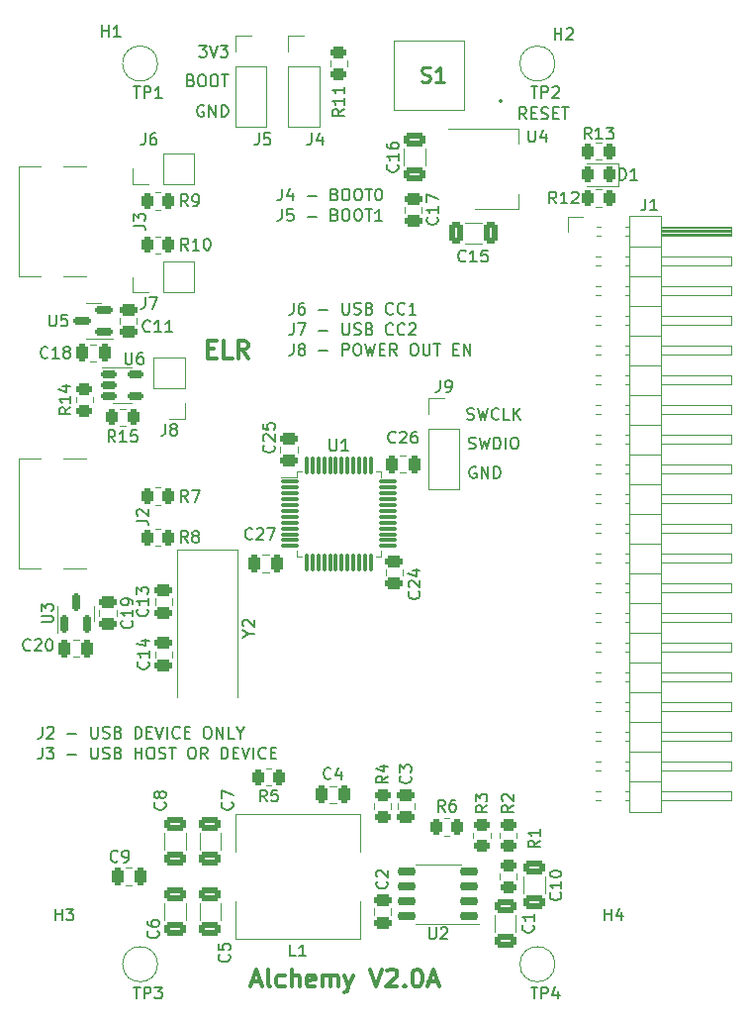
<source format=gto>
%TF.GenerationSoftware,KiCad,Pcbnew,6.0.2+dfsg-1*%
%TF.CreationDate,2025-09-20T14:23:43+02:00*%
%TF.ProjectId,Alchemy,416c6368-656d-4792-9e6b-696361645f70,rev?*%
%TF.SameCoordinates,Original*%
%TF.FileFunction,Legend,Top*%
%TF.FilePolarity,Positive*%
%FSLAX46Y46*%
G04 Gerber Fmt 4.6, Leading zero omitted, Abs format (unit mm)*
G04 Created by KiCad (PCBNEW 6.0.2+dfsg-1) date 2025-09-20 14:23:43*
%MOMM*%
%LPD*%
G01*
G04 APERTURE LIST*
G04 Aperture macros list*
%AMRoundRect*
0 Rectangle with rounded corners*
0 $1 Rounding radius*
0 $2 $3 $4 $5 $6 $7 $8 $9 X,Y pos of 4 corners*
0 Add a 4 corners polygon primitive as box body*
4,1,4,$2,$3,$4,$5,$6,$7,$8,$9,$2,$3,0*
0 Add four circle primitives for the rounded corners*
1,1,$1+$1,$2,$3*
1,1,$1+$1,$4,$5*
1,1,$1+$1,$6,$7*
1,1,$1+$1,$8,$9*
0 Add four rect primitives between the rounded corners*
20,1,$1+$1,$2,$3,$4,$5,0*
20,1,$1+$1,$4,$5,$6,$7,0*
20,1,$1+$1,$6,$7,$8,$9,0*
20,1,$1+$1,$8,$9,$2,$3,0*%
G04 Aperture macros list end*
%ADD10C,0.150000*%
%ADD11C,0.300000*%
%ADD12C,0.254000*%
%ADD13C,0.120000*%
%ADD14C,0.100000*%
%ADD15C,0.200000*%
%ADD16RoundRect,0.250000X-0.475000X0.250000X-0.475000X-0.250000X0.475000X-0.250000X0.475000X0.250000X0*%
%ADD17C,0.650000*%
%ADD18R,1.450000X0.600000*%
%ADD19R,1.450000X0.300000*%
%ADD20O,1.600000X1.000000*%
%ADD21O,2.100000X1.000000*%
%ADD22RoundRect,0.243750X0.243750X0.456250X-0.243750X0.456250X-0.243750X-0.456250X0.243750X-0.456250X0*%
%ADD23C,2.000000*%
%ADD24R,2.100000X1.400000*%
%ADD25RoundRect,0.250000X-0.262500X-0.450000X0.262500X-0.450000X0.262500X0.450000X-0.262500X0.450000X0*%
%ADD26R,1.700000X1.700000*%
%ADD27O,1.700000X1.700000*%
%ADD28C,6.400000*%
%ADD29RoundRect,0.250000X0.475000X-0.250000X0.475000X0.250000X-0.475000X0.250000X-0.475000X-0.250000X0*%
%ADD30RoundRect,0.250000X0.262500X0.450000X-0.262500X0.450000X-0.262500X-0.450000X0.262500X-0.450000X0*%
%ADD31R,2.700000X3.600000*%
%ADD32RoundRect,0.250000X-0.650000X0.325000X-0.650000X-0.325000X0.650000X-0.325000X0.650000X0.325000X0*%
%ADD33RoundRect,0.250000X-0.450000X0.262500X-0.450000X-0.262500X0.450000X-0.262500X0.450000X0.262500X0*%
%ADD34RoundRect,0.250000X0.250000X0.475000X-0.250000X0.475000X-0.250000X-0.475000X0.250000X-0.475000X0*%
%ADD35RoundRect,0.250000X0.650000X-0.325000X0.650000X0.325000X-0.650000X0.325000X-0.650000X-0.325000X0*%
%ADD36RoundRect,0.250000X-0.250000X-0.475000X0.250000X-0.475000X0.250000X0.475000X-0.250000X0.475000X0*%
%ADD37RoundRect,0.250000X0.450000X-0.262500X0.450000X0.262500X-0.450000X0.262500X-0.450000X-0.262500X0*%
%ADD38RoundRect,0.150000X0.587500X0.150000X-0.587500X0.150000X-0.587500X-0.150000X0.587500X-0.150000X0*%
%ADD39RoundRect,0.075000X-0.662500X-0.075000X0.662500X-0.075000X0.662500X0.075000X-0.662500X0.075000X0*%
%ADD40RoundRect,0.075000X-0.075000X-0.662500X0.075000X-0.662500X0.075000X0.662500X-0.075000X0.662500X0*%
%ADD41R,2.000000X1.500000*%
%ADD42R,2.000000X3.800000*%
%ADD43RoundRect,0.150000X-0.512500X-0.150000X0.512500X-0.150000X0.512500X0.150000X-0.512500X0.150000X0*%
%ADD44R,2.000000X4.500000*%
%ADD45RoundRect,0.150000X0.650000X0.150000X-0.650000X0.150000X-0.650000X-0.150000X0.650000X-0.150000X0*%
%ADD46R,2.410000X3.100000*%
%ADD47RoundRect,0.150000X0.150000X-0.587500X0.150000X0.587500X-0.150000X0.587500X-0.150000X-0.587500X0*%
%ADD48RoundRect,0.250000X-0.325000X-0.650000X0.325000X-0.650000X0.325000X0.650000X-0.325000X0.650000X0*%
G04 APERTURE END LIST*
D10*
X160630952Y-91904761D02*
X160773809Y-91952380D01*
X161011904Y-91952380D01*
X161107142Y-91904761D01*
X161154761Y-91857142D01*
X161202380Y-91761904D01*
X161202380Y-91666666D01*
X161154761Y-91571428D01*
X161107142Y-91523809D01*
X161011904Y-91476190D01*
X160821428Y-91428571D01*
X160726190Y-91380952D01*
X160678571Y-91333333D01*
X160630952Y-91238095D01*
X160630952Y-91142857D01*
X160678571Y-91047619D01*
X160726190Y-91000000D01*
X160821428Y-90952380D01*
X161059523Y-90952380D01*
X161202380Y-91000000D01*
X161535714Y-90952380D02*
X161773809Y-91952380D01*
X161964285Y-91238095D01*
X162154761Y-91952380D01*
X162392857Y-90952380D01*
X162773809Y-91952380D02*
X162773809Y-90952380D01*
X163011904Y-90952380D01*
X163154761Y-91000000D01*
X163250000Y-91095238D01*
X163297619Y-91190476D01*
X163345238Y-91380952D01*
X163345238Y-91523809D01*
X163297619Y-91714285D01*
X163250000Y-91809523D01*
X163154761Y-91904761D01*
X163011904Y-91952380D01*
X162773809Y-91952380D01*
X163773809Y-91952380D02*
X163773809Y-90952380D01*
X164440476Y-90952380D02*
X164630952Y-90952380D01*
X164726190Y-91000000D01*
X164821428Y-91095238D01*
X164869047Y-91285714D01*
X164869047Y-91619047D01*
X164821428Y-91809523D01*
X164726190Y-91904761D01*
X164630952Y-91952380D01*
X164440476Y-91952380D01*
X164345238Y-91904761D01*
X164250000Y-91809523D01*
X164202380Y-91619047D01*
X164202380Y-91285714D01*
X164250000Y-91095238D01*
X164345238Y-91000000D01*
X164440476Y-90952380D01*
X144630952Y-69702380D02*
X144630952Y-70416666D01*
X144583333Y-70559523D01*
X144488095Y-70654761D01*
X144345238Y-70702380D01*
X144250000Y-70702380D01*
X145535714Y-70035714D02*
X145535714Y-70702380D01*
X145297619Y-69654761D02*
X145059523Y-70369047D01*
X145678571Y-70369047D01*
X146821428Y-70321428D02*
X147583333Y-70321428D01*
X149154761Y-70178571D02*
X149297619Y-70226190D01*
X149345238Y-70273809D01*
X149392857Y-70369047D01*
X149392857Y-70511904D01*
X149345238Y-70607142D01*
X149297619Y-70654761D01*
X149202380Y-70702380D01*
X148821428Y-70702380D01*
X148821428Y-69702380D01*
X149154761Y-69702380D01*
X149250000Y-69750000D01*
X149297619Y-69797619D01*
X149345238Y-69892857D01*
X149345238Y-69988095D01*
X149297619Y-70083333D01*
X149250000Y-70130952D01*
X149154761Y-70178571D01*
X148821428Y-70178571D01*
X150011904Y-69702380D02*
X150202380Y-69702380D01*
X150297619Y-69750000D01*
X150392857Y-69845238D01*
X150440476Y-70035714D01*
X150440476Y-70369047D01*
X150392857Y-70559523D01*
X150297619Y-70654761D01*
X150202380Y-70702380D01*
X150011904Y-70702380D01*
X149916666Y-70654761D01*
X149821428Y-70559523D01*
X149773809Y-70369047D01*
X149773809Y-70035714D01*
X149821428Y-69845238D01*
X149916666Y-69750000D01*
X150011904Y-69702380D01*
X151059523Y-69702380D02*
X151250000Y-69702380D01*
X151345238Y-69750000D01*
X151440476Y-69845238D01*
X151488095Y-70035714D01*
X151488095Y-70369047D01*
X151440476Y-70559523D01*
X151345238Y-70654761D01*
X151250000Y-70702380D01*
X151059523Y-70702380D01*
X150964285Y-70654761D01*
X150869047Y-70559523D01*
X150821428Y-70369047D01*
X150821428Y-70035714D01*
X150869047Y-69845238D01*
X150964285Y-69750000D01*
X151059523Y-69702380D01*
X151773809Y-69702380D02*
X152345238Y-69702380D01*
X152059523Y-70702380D02*
X152059523Y-69702380D01*
X152869047Y-69702380D02*
X152964285Y-69702380D01*
X153059523Y-69750000D01*
X153107142Y-69797619D01*
X153154761Y-69892857D01*
X153202380Y-70083333D01*
X153202380Y-70321428D01*
X153154761Y-70511904D01*
X153107142Y-70607142D01*
X153059523Y-70654761D01*
X152964285Y-70702380D01*
X152869047Y-70702380D01*
X152773809Y-70654761D01*
X152726190Y-70607142D01*
X152678571Y-70511904D01*
X152630952Y-70321428D01*
X152630952Y-70083333D01*
X152678571Y-69892857D01*
X152726190Y-69797619D01*
X152773809Y-69750000D01*
X152869047Y-69702380D01*
X124121309Y-117452380D02*
X124121309Y-118166666D01*
X124073690Y-118309523D01*
X123978452Y-118404761D01*
X123835595Y-118452380D01*
X123740357Y-118452380D01*
X124502261Y-117452380D02*
X125121309Y-117452380D01*
X124787976Y-117833333D01*
X124930833Y-117833333D01*
X125026071Y-117880952D01*
X125073690Y-117928571D01*
X125121309Y-118023809D01*
X125121309Y-118261904D01*
X125073690Y-118357142D01*
X125026071Y-118404761D01*
X124930833Y-118452380D01*
X124645119Y-118452380D01*
X124549880Y-118404761D01*
X124502261Y-118357142D01*
X126311785Y-118071428D02*
X127073690Y-118071428D01*
X128311785Y-117452380D02*
X128311785Y-118261904D01*
X128359404Y-118357142D01*
X128407023Y-118404761D01*
X128502261Y-118452380D01*
X128692738Y-118452380D01*
X128787976Y-118404761D01*
X128835595Y-118357142D01*
X128883214Y-118261904D01*
X128883214Y-117452380D01*
X129311785Y-118404761D02*
X129454642Y-118452380D01*
X129692738Y-118452380D01*
X129787976Y-118404761D01*
X129835595Y-118357142D01*
X129883214Y-118261904D01*
X129883214Y-118166666D01*
X129835595Y-118071428D01*
X129787976Y-118023809D01*
X129692738Y-117976190D01*
X129502261Y-117928571D01*
X129407023Y-117880952D01*
X129359404Y-117833333D01*
X129311785Y-117738095D01*
X129311785Y-117642857D01*
X129359404Y-117547619D01*
X129407023Y-117500000D01*
X129502261Y-117452380D01*
X129740357Y-117452380D01*
X129883214Y-117500000D01*
X130645119Y-117928571D02*
X130787976Y-117976190D01*
X130835595Y-118023809D01*
X130883214Y-118119047D01*
X130883214Y-118261904D01*
X130835595Y-118357142D01*
X130787976Y-118404761D01*
X130692738Y-118452380D01*
X130311785Y-118452380D01*
X130311785Y-117452380D01*
X130645119Y-117452380D01*
X130740357Y-117500000D01*
X130787976Y-117547619D01*
X130835595Y-117642857D01*
X130835595Y-117738095D01*
X130787976Y-117833333D01*
X130740357Y-117880952D01*
X130645119Y-117928571D01*
X130311785Y-117928571D01*
X132073690Y-118452380D02*
X132073690Y-117452380D01*
X132073690Y-117928571D02*
X132645119Y-117928571D01*
X132645119Y-118452380D02*
X132645119Y-117452380D01*
X133311785Y-117452380D02*
X133502261Y-117452380D01*
X133597500Y-117500000D01*
X133692738Y-117595238D01*
X133740357Y-117785714D01*
X133740357Y-118119047D01*
X133692738Y-118309523D01*
X133597500Y-118404761D01*
X133502261Y-118452380D01*
X133311785Y-118452380D01*
X133216547Y-118404761D01*
X133121309Y-118309523D01*
X133073690Y-118119047D01*
X133073690Y-117785714D01*
X133121309Y-117595238D01*
X133216547Y-117500000D01*
X133311785Y-117452380D01*
X134121309Y-118404761D02*
X134264166Y-118452380D01*
X134502261Y-118452380D01*
X134597500Y-118404761D01*
X134645119Y-118357142D01*
X134692738Y-118261904D01*
X134692738Y-118166666D01*
X134645119Y-118071428D01*
X134597500Y-118023809D01*
X134502261Y-117976190D01*
X134311785Y-117928571D01*
X134216547Y-117880952D01*
X134168928Y-117833333D01*
X134121309Y-117738095D01*
X134121309Y-117642857D01*
X134168928Y-117547619D01*
X134216547Y-117500000D01*
X134311785Y-117452380D01*
X134549880Y-117452380D01*
X134692738Y-117500000D01*
X134978452Y-117452380D02*
X135549880Y-117452380D01*
X135264166Y-118452380D02*
X135264166Y-117452380D01*
X136835595Y-117452380D02*
X137026071Y-117452380D01*
X137121309Y-117500000D01*
X137216547Y-117595238D01*
X137264166Y-117785714D01*
X137264166Y-118119047D01*
X137216547Y-118309523D01*
X137121309Y-118404761D01*
X137026071Y-118452380D01*
X136835595Y-118452380D01*
X136740357Y-118404761D01*
X136645119Y-118309523D01*
X136597500Y-118119047D01*
X136597500Y-117785714D01*
X136645119Y-117595238D01*
X136740357Y-117500000D01*
X136835595Y-117452380D01*
X138264166Y-118452380D02*
X137930833Y-117976190D01*
X137692738Y-118452380D02*
X137692738Y-117452380D01*
X138073690Y-117452380D01*
X138168928Y-117500000D01*
X138216547Y-117547619D01*
X138264166Y-117642857D01*
X138264166Y-117785714D01*
X138216547Y-117880952D01*
X138168928Y-117928571D01*
X138073690Y-117976190D01*
X137692738Y-117976190D01*
X139454642Y-118452380D02*
X139454642Y-117452380D01*
X139692738Y-117452380D01*
X139835595Y-117500000D01*
X139930833Y-117595238D01*
X139978452Y-117690476D01*
X140026071Y-117880952D01*
X140026071Y-118023809D01*
X139978452Y-118214285D01*
X139930833Y-118309523D01*
X139835595Y-118404761D01*
X139692738Y-118452380D01*
X139454642Y-118452380D01*
X140454642Y-117928571D02*
X140787976Y-117928571D01*
X140930833Y-118452380D02*
X140454642Y-118452380D01*
X140454642Y-117452380D01*
X140930833Y-117452380D01*
X141216547Y-117452380D02*
X141549880Y-118452380D01*
X141883214Y-117452380D01*
X142216547Y-118452380D02*
X142216547Y-117452380D01*
X143264166Y-118357142D02*
X143216547Y-118404761D01*
X143073690Y-118452380D01*
X142978452Y-118452380D01*
X142835595Y-118404761D01*
X142740357Y-118309523D01*
X142692738Y-118214285D01*
X142645119Y-118023809D01*
X142645119Y-117880952D01*
X142692738Y-117690476D01*
X142740357Y-117595238D01*
X142835595Y-117500000D01*
X142978452Y-117452380D01*
X143073690Y-117452380D01*
X143216547Y-117500000D01*
X143264166Y-117547619D01*
X143692738Y-117928571D02*
X144026071Y-117928571D01*
X144168928Y-118452380D02*
X143692738Y-118452380D01*
X143692738Y-117452380D01*
X144168928Y-117452380D01*
X145621309Y-82952380D02*
X145621309Y-83666666D01*
X145573690Y-83809523D01*
X145478452Y-83904761D01*
X145335595Y-83952380D01*
X145240357Y-83952380D01*
X146240357Y-83380952D02*
X146145119Y-83333333D01*
X146097500Y-83285714D01*
X146049880Y-83190476D01*
X146049880Y-83142857D01*
X146097500Y-83047619D01*
X146145119Y-83000000D01*
X146240357Y-82952380D01*
X146430833Y-82952380D01*
X146526071Y-83000000D01*
X146573690Y-83047619D01*
X146621309Y-83142857D01*
X146621309Y-83190476D01*
X146573690Y-83285714D01*
X146526071Y-83333333D01*
X146430833Y-83380952D01*
X146240357Y-83380952D01*
X146145119Y-83428571D01*
X146097500Y-83476190D01*
X146049880Y-83571428D01*
X146049880Y-83761904D01*
X146097500Y-83857142D01*
X146145119Y-83904761D01*
X146240357Y-83952380D01*
X146430833Y-83952380D01*
X146526071Y-83904761D01*
X146573690Y-83857142D01*
X146621309Y-83761904D01*
X146621309Y-83571428D01*
X146573690Y-83476190D01*
X146526071Y-83428571D01*
X146430833Y-83380952D01*
X147811785Y-83571428D02*
X148573690Y-83571428D01*
X149811785Y-83952380D02*
X149811785Y-82952380D01*
X150192738Y-82952380D01*
X150287976Y-83000000D01*
X150335595Y-83047619D01*
X150383214Y-83142857D01*
X150383214Y-83285714D01*
X150335595Y-83380952D01*
X150287976Y-83428571D01*
X150192738Y-83476190D01*
X149811785Y-83476190D01*
X151002261Y-82952380D02*
X151192738Y-82952380D01*
X151287976Y-83000000D01*
X151383214Y-83095238D01*
X151430833Y-83285714D01*
X151430833Y-83619047D01*
X151383214Y-83809523D01*
X151287976Y-83904761D01*
X151192738Y-83952380D01*
X151002261Y-83952380D01*
X150907023Y-83904761D01*
X150811785Y-83809523D01*
X150764166Y-83619047D01*
X150764166Y-83285714D01*
X150811785Y-83095238D01*
X150907023Y-83000000D01*
X151002261Y-82952380D01*
X151764166Y-82952380D02*
X152002261Y-83952380D01*
X152192738Y-83238095D01*
X152383214Y-83952380D01*
X152621309Y-82952380D01*
X153002261Y-83428571D02*
X153335595Y-83428571D01*
X153478452Y-83952380D02*
X153002261Y-83952380D01*
X153002261Y-82952380D01*
X153478452Y-82952380D01*
X154478452Y-83952380D02*
X154145119Y-83476190D01*
X153907023Y-83952380D02*
X153907023Y-82952380D01*
X154287976Y-82952380D01*
X154383214Y-83000000D01*
X154430833Y-83047619D01*
X154478452Y-83142857D01*
X154478452Y-83285714D01*
X154430833Y-83380952D01*
X154383214Y-83428571D01*
X154287976Y-83476190D01*
X153907023Y-83476190D01*
X155859404Y-82952380D02*
X156049880Y-82952380D01*
X156145119Y-83000000D01*
X156240357Y-83095238D01*
X156287976Y-83285714D01*
X156287976Y-83619047D01*
X156240357Y-83809523D01*
X156145119Y-83904761D01*
X156049880Y-83952380D01*
X155859404Y-83952380D01*
X155764166Y-83904761D01*
X155668928Y-83809523D01*
X155621309Y-83619047D01*
X155621309Y-83285714D01*
X155668928Y-83095238D01*
X155764166Y-83000000D01*
X155859404Y-82952380D01*
X156716547Y-82952380D02*
X156716547Y-83761904D01*
X156764166Y-83857142D01*
X156811785Y-83904761D01*
X156907023Y-83952380D01*
X157097500Y-83952380D01*
X157192738Y-83904761D01*
X157240357Y-83857142D01*
X157287976Y-83761904D01*
X157287976Y-82952380D01*
X157621309Y-82952380D02*
X158192738Y-82952380D01*
X157907023Y-83952380D02*
X157907023Y-82952380D01*
X159287976Y-83428571D02*
X159621309Y-83428571D01*
X159764166Y-83952380D02*
X159287976Y-83952380D01*
X159287976Y-82952380D01*
X159764166Y-82952380D01*
X160192738Y-83952380D02*
X160192738Y-82952380D01*
X160764166Y-83952380D01*
X160764166Y-82952380D01*
X137938095Y-62600000D02*
X137842857Y-62552380D01*
X137700000Y-62552380D01*
X137557142Y-62600000D01*
X137461904Y-62695238D01*
X137414285Y-62790476D01*
X137366666Y-62980952D01*
X137366666Y-63123809D01*
X137414285Y-63314285D01*
X137461904Y-63409523D01*
X137557142Y-63504761D01*
X137700000Y-63552380D01*
X137795238Y-63552380D01*
X137938095Y-63504761D01*
X137985714Y-63457142D01*
X137985714Y-63123809D01*
X137795238Y-63123809D01*
X138414285Y-63552380D02*
X138414285Y-62552380D01*
X138985714Y-63552380D01*
X138985714Y-62552380D01*
X139461904Y-63552380D02*
X139461904Y-62552380D01*
X139700000Y-62552380D01*
X139842857Y-62600000D01*
X139938095Y-62695238D01*
X139985714Y-62790476D01*
X140033333Y-62980952D01*
X140033333Y-63123809D01*
X139985714Y-63314285D01*
X139938095Y-63409523D01*
X139842857Y-63504761D01*
X139700000Y-63552380D01*
X139461904Y-63552380D01*
X124121309Y-115702380D02*
X124121309Y-116416666D01*
X124073690Y-116559523D01*
X123978452Y-116654761D01*
X123835595Y-116702380D01*
X123740357Y-116702380D01*
X124549880Y-115797619D02*
X124597500Y-115750000D01*
X124692738Y-115702380D01*
X124930833Y-115702380D01*
X125026071Y-115750000D01*
X125073690Y-115797619D01*
X125121309Y-115892857D01*
X125121309Y-115988095D01*
X125073690Y-116130952D01*
X124502261Y-116702380D01*
X125121309Y-116702380D01*
X126311785Y-116321428D02*
X127073690Y-116321428D01*
X128311785Y-115702380D02*
X128311785Y-116511904D01*
X128359404Y-116607142D01*
X128407023Y-116654761D01*
X128502261Y-116702380D01*
X128692738Y-116702380D01*
X128787976Y-116654761D01*
X128835595Y-116607142D01*
X128883214Y-116511904D01*
X128883214Y-115702380D01*
X129311785Y-116654761D02*
X129454642Y-116702380D01*
X129692738Y-116702380D01*
X129787976Y-116654761D01*
X129835595Y-116607142D01*
X129883214Y-116511904D01*
X129883214Y-116416666D01*
X129835595Y-116321428D01*
X129787976Y-116273809D01*
X129692738Y-116226190D01*
X129502261Y-116178571D01*
X129407023Y-116130952D01*
X129359404Y-116083333D01*
X129311785Y-115988095D01*
X129311785Y-115892857D01*
X129359404Y-115797619D01*
X129407023Y-115750000D01*
X129502261Y-115702380D01*
X129740357Y-115702380D01*
X129883214Y-115750000D01*
X130645119Y-116178571D02*
X130787976Y-116226190D01*
X130835595Y-116273809D01*
X130883214Y-116369047D01*
X130883214Y-116511904D01*
X130835595Y-116607142D01*
X130787976Y-116654761D01*
X130692738Y-116702380D01*
X130311785Y-116702380D01*
X130311785Y-115702380D01*
X130645119Y-115702380D01*
X130740357Y-115750000D01*
X130787976Y-115797619D01*
X130835595Y-115892857D01*
X130835595Y-115988095D01*
X130787976Y-116083333D01*
X130740357Y-116130952D01*
X130645119Y-116178571D01*
X130311785Y-116178571D01*
X132073690Y-116702380D02*
X132073690Y-115702380D01*
X132311785Y-115702380D01*
X132454642Y-115750000D01*
X132549880Y-115845238D01*
X132597500Y-115940476D01*
X132645119Y-116130952D01*
X132645119Y-116273809D01*
X132597500Y-116464285D01*
X132549880Y-116559523D01*
X132454642Y-116654761D01*
X132311785Y-116702380D01*
X132073690Y-116702380D01*
X133073690Y-116178571D02*
X133407023Y-116178571D01*
X133549880Y-116702380D02*
X133073690Y-116702380D01*
X133073690Y-115702380D01*
X133549880Y-115702380D01*
X133835595Y-115702380D02*
X134168928Y-116702380D01*
X134502261Y-115702380D01*
X134835595Y-116702380D02*
X134835595Y-115702380D01*
X135883214Y-116607142D02*
X135835595Y-116654761D01*
X135692738Y-116702380D01*
X135597500Y-116702380D01*
X135454642Y-116654761D01*
X135359404Y-116559523D01*
X135311785Y-116464285D01*
X135264166Y-116273809D01*
X135264166Y-116130952D01*
X135311785Y-115940476D01*
X135359404Y-115845238D01*
X135454642Y-115750000D01*
X135597500Y-115702380D01*
X135692738Y-115702380D01*
X135835595Y-115750000D01*
X135883214Y-115797619D01*
X136311785Y-116178571D02*
X136645119Y-116178571D01*
X136787976Y-116702380D02*
X136311785Y-116702380D01*
X136311785Y-115702380D01*
X136787976Y-115702380D01*
X138168928Y-115702380D02*
X138359404Y-115702380D01*
X138454642Y-115750000D01*
X138549880Y-115845238D01*
X138597500Y-116035714D01*
X138597500Y-116369047D01*
X138549880Y-116559523D01*
X138454642Y-116654761D01*
X138359404Y-116702380D01*
X138168928Y-116702380D01*
X138073690Y-116654761D01*
X137978452Y-116559523D01*
X137930833Y-116369047D01*
X137930833Y-116035714D01*
X137978452Y-115845238D01*
X138073690Y-115750000D01*
X138168928Y-115702380D01*
X139026071Y-116702380D02*
X139026071Y-115702380D01*
X139597500Y-116702380D01*
X139597500Y-115702380D01*
X140549880Y-116702380D02*
X140073690Y-116702380D01*
X140073690Y-115702380D01*
X141073690Y-116226190D02*
X141073690Y-116702380D01*
X140740357Y-115702380D02*
X141073690Y-116226190D01*
X141407023Y-115702380D01*
X145621309Y-81202380D02*
X145621309Y-81916666D01*
X145573690Y-82059523D01*
X145478452Y-82154761D01*
X145335595Y-82202380D01*
X145240357Y-82202380D01*
X146002261Y-81202380D02*
X146668928Y-81202380D01*
X146240357Y-82202380D01*
X147811785Y-81821428D02*
X148573690Y-81821428D01*
X149811785Y-81202380D02*
X149811785Y-82011904D01*
X149859404Y-82107142D01*
X149907023Y-82154761D01*
X150002261Y-82202380D01*
X150192738Y-82202380D01*
X150287976Y-82154761D01*
X150335595Y-82107142D01*
X150383214Y-82011904D01*
X150383214Y-81202380D01*
X150811785Y-82154761D02*
X150954642Y-82202380D01*
X151192738Y-82202380D01*
X151287976Y-82154761D01*
X151335595Y-82107142D01*
X151383214Y-82011904D01*
X151383214Y-81916666D01*
X151335595Y-81821428D01*
X151287976Y-81773809D01*
X151192738Y-81726190D01*
X151002261Y-81678571D01*
X150907023Y-81630952D01*
X150859404Y-81583333D01*
X150811785Y-81488095D01*
X150811785Y-81392857D01*
X150859404Y-81297619D01*
X150907023Y-81250000D01*
X151002261Y-81202380D01*
X151240357Y-81202380D01*
X151383214Y-81250000D01*
X152145119Y-81678571D02*
X152287976Y-81726190D01*
X152335595Y-81773809D01*
X152383214Y-81869047D01*
X152383214Y-82011904D01*
X152335595Y-82107142D01*
X152287976Y-82154761D01*
X152192738Y-82202380D01*
X151811785Y-82202380D01*
X151811785Y-81202380D01*
X152145119Y-81202380D01*
X152240357Y-81250000D01*
X152287976Y-81297619D01*
X152335595Y-81392857D01*
X152335595Y-81488095D01*
X152287976Y-81583333D01*
X152240357Y-81630952D01*
X152145119Y-81678571D01*
X151811785Y-81678571D01*
X154145119Y-82107142D02*
X154097500Y-82154761D01*
X153954642Y-82202380D01*
X153859404Y-82202380D01*
X153716547Y-82154761D01*
X153621309Y-82059523D01*
X153573690Y-81964285D01*
X153526071Y-81773809D01*
X153526071Y-81630952D01*
X153573690Y-81440476D01*
X153621309Y-81345238D01*
X153716547Y-81250000D01*
X153859404Y-81202380D01*
X153954642Y-81202380D01*
X154097500Y-81250000D01*
X154145119Y-81297619D01*
X155145119Y-82107142D02*
X155097500Y-82154761D01*
X154954642Y-82202380D01*
X154859404Y-82202380D01*
X154716547Y-82154761D01*
X154621309Y-82059523D01*
X154573690Y-81964285D01*
X154526071Y-81773809D01*
X154526071Y-81630952D01*
X154573690Y-81440476D01*
X154621309Y-81345238D01*
X154716547Y-81250000D01*
X154859404Y-81202380D01*
X154954642Y-81202380D01*
X155097500Y-81250000D01*
X155145119Y-81297619D01*
X155526071Y-81297619D02*
X155573690Y-81250000D01*
X155668928Y-81202380D01*
X155907023Y-81202380D01*
X156002261Y-81250000D01*
X156049880Y-81297619D01*
X156097500Y-81392857D01*
X156097500Y-81488095D01*
X156049880Y-81630952D01*
X155478452Y-82202380D01*
X156097500Y-82202380D01*
X136842857Y-60428571D02*
X136985714Y-60476190D01*
X137033333Y-60523809D01*
X137080952Y-60619047D01*
X137080952Y-60761904D01*
X137033333Y-60857142D01*
X136985714Y-60904761D01*
X136890476Y-60952380D01*
X136509523Y-60952380D01*
X136509523Y-59952380D01*
X136842857Y-59952380D01*
X136938095Y-60000000D01*
X136985714Y-60047619D01*
X137033333Y-60142857D01*
X137033333Y-60238095D01*
X136985714Y-60333333D01*
X136938095Y-60380952D01*
X136842857Y-60428571D01*
X136509523Y-60428571D01*
X137700000Y-59952380D02*
X137890476Y-59952380D01*
X137985714Y-60000000D01*
X138080952Y-60095238D01*
X138128571Y-60285714D01*
X138128571Y-60619047D01*
X138080952Y-60809523D01*
X137985714Y-60904761D01*
X137890476Y-60952380D01*
X137700000Y-60952380D01*
X137604761Y-60904761D01*
X137509523Y-60809523D01*
X137461904Y-60619047D01*
X137461904Y-60285714D01*
X137509523Y-60095238D01*
X137604761Y-60000000D01*
X137700000Y-59952380D01*
X138747619Y-59952380D02*
X138938095Y-59952380D01*
X139033333Y-60000000D01*
X139128571Y-60095238D01*
X139176190Y-60285714D01*
X139176190Y-60619047D01*
X139128571Y-60809523D01*
X139033333Y-60904761D01*
X138938095Y-60952380D01*
X138747619Y-60952380D01*
X138652380Y-60904761D01*
X138557142Y-60809523D01*
X138509523Y-60619047D01*
X138509523Y-60285714D01*
X138557142Y-60095238D01*
X138652380Y-60000000D01*
X138747619Y-59952380D01*
X139461904Y-59952380D02*
X140033333Y-59952380D01*
X139747619Y-60952380D02*
X139747619Y-59952380D01*
X144630952Y-71452380D02*
X144630952Y-72166666D01*
X144583333Y-72309523D01*
X144488095Y-72404761D01*
X144345238Y-72452380D01*
X144250000Y-72452380D01*
X145583333Y-71452380D02*
X145107142Y-71452380D01*
X145059523Y-71928571D01*
X145107142Y-71880952D01*
X145202380Y-71833333D01*
X145440476Y-71833333D01*
X145535714Y-71880952D01*
X145583333Y-71928571D01*
X145630952Y-72023809D01*
X145630952Y-72261904D01*
X145583333Y-72357142D01*
X145535714Y-72404761D01*
X145440476Y-72452380D01*
X145202380Y-72452380D01*
X145107142Y-72404761D01*
X145059523Y-72357142D01*
X146821428Y-72071428D02*
X147583333Y-72071428D01*
X149154761Y-71928571D02*
X149297619Y-71976190D01*
X149345238Y-72023809D01*
X149392857Y-72119047D01*
X149392857Y-72261904D01*
X149345238Y-72357142D01*
X149297619Y-72404761D01*
X149202380Y-72452380D01*
X148821428Y-72452380D01*
X148821428Y-71452380D01*
X149154761Y-71452380D01*
X149250000Y-71500000D01*
X149297619Y-71547619D01*
X149345238Y-71642857D01*
X149345238Y-71738095D01*
X149297619Y-71833333D01*
X149250000Y-71880952D01*
X149154761Y-71928571D01*
X148821428Y-71928571D01*
X150011904Y-71452380D02*
X150202380Y-71452380D01*
X150297619Y-71500000D01*
X150392857Y-71595238D01*
X150440476Y-71785714D01*
X150440476Y-72119047D01*
X150392857Y-72309523D01*
X150297619Y-72404761D01*
X150202380Y-72452380D01*
X150011904Y-72452380D01*
X149916666Y-72404761D01*
X149821428Y-72309523D01*
X149773809Y-72119047D01*
X149773809Y-71785714D01*
X149821428Y-71595238D01*
X149916666Y-71500000D01*
X150011904Y-71452380D01*
X151059523Y-71452380D02*
X151250000Y-71452380D01*
X151345238Y-71500000D01*
X151440476Y-71595238D01*
X151488095Y-71785714D01*
X151488095Y-72119047D01*
X151440476Y-72309523D01*
X151345238Y-72404761D01*
X151250000Y-72452380D01*
X151059523Y-72452380D01*
X150964285Y-72404761D01*
X150869047Y-72309523D01*
X150821428Y-72119047D01*
X150821428Y-71785714D01*
X150869047Y-71595238D01*
X150964285Y-71500000D01*
X151059523Y-71452380D01*
X151773809Y-71452380D02*
X152345238Y-71452380D01*
X152059523Y-72452380D02*
X152059523Y-71452380D01*
X153202380Y-72452380D02*
X152630952Y-72452380D01*
X152916666Y-72452380D02*
X152916666Y-71452380D01*
X152821428Y-71595238D01*
X152726190Y-71690476D01*
X152630952Y-71738095D01*
X145621309Y-79452380D02*
X145621309Y-80166666D01*
X145573690Y-80309523D01*
X145478452Y-80404761D01*
X145335595Y-80452380D01*
X145240357Y-80452380D01*
X146526071Y-79452380D02*
X146335595Y-79452380D01*
X146240357Y-79500000D01*
X146192738Y-79547619D01*
X146097500Y-79690476D01*
X146049880Y-79880952D01*
X146049880Y-80261904D01*
X146097500Y-80357142D01*
X146145119Y-80404761D01*
X146240357Y-80452380D01*
X146430833Y-80452380D01*
X146526071Y-80404761D01*
X146573690Y-80357142D01*
X146621309Y-80261904D01*
X146621309Y-80023809D01*
X146573690Y-79928571D01*
X146526071Y-79880952D01*
X146430833Y-79833333D01*
X146240357Y-79833333D01*
X146145119Y-79880952D01*
X146097500Y-79928571D01*
X146049880Y-80023809D01*
X147811785Y-80071428D02*
X148573690Y-80071428D01*
X149811785Y-79452380D02*
X149811785Y-80261904D01*
X149859404Y-80357142D01*
X149907023Y-80404761D01*
X150002261Y-80452380D01*
X150192738Y-80452380D01*
X150287976Y-80404761D01*
X150335595Y-80357142D01*
X150383214Y-80261904D01*
X150383214Y-79452380D01*
X150811785Y-80404761D02*
X150954642Y-80452380D01*
X151192738Y-80452380D01*
X151287976Y-80404761D01*
X151335595Y-80357142D01*
X151383214Y-80261904D01*
X151383214Y-80166666D01*
X151335595Y-80071428D01*
X151287976Y-80023809D01*
X151192738Y-79976190D01*
X151002261Y-79928571D01*
X150907023Y-79880952D01*
X150859404Y-79833333D01*
X150811785Y-79738095D01*
X150811785Y-79642857D01*
X150859404Y-79547619D01*
X150907023Y-79500000D01*
X151002261Y-79452380D01*
X151240357Y-79452380D01*
X151383214Y-79500000D01*
X152145119Y-79928571D02*
X152287976Y-79976190D01*
X152335595Y-80023809D01*
X152383214Y-80119047D01*
X152383214Y-80261904D01*
X152335595Y-80357142D01*
X152287976Y-80404761D01*
X152192738Y-80452380D01*
X151811785Y-80452380D01*
X151811785Y-79452380D01*
X152145119Y-79452380D01*
X152240357Y-79500000D01*
X152287976Y-79547619D01*
X152335595Y-79642857D01*
X152335595Y-79738095D01*
X152287976Y-79833333D01*
X152240357Y-79880952D01*
X152145119Y-79928571D01*
X151811785Y-79928571D01*
X154145119Y-80357142D02*
X154097500Y-80404761D01*
X153954642Y-80452380D01*
X153859404Y-80452380D01*
X153716547Y-80404761D01*
X153621309Y-80309523D01*
X153573690Y-80214285D01*
X153526071Y-80023809D01*
X153526071Y-79880952D01*
X153573690Y-79690476D01*
X153621309Y-79595238D01*
X153716547Y-79500000D01*
X153859404Y-79452380D01*
X153954642Y-79452380D01*
X154097500Y-79500000D01*
X154145119Y-79547619D01*
X155145119Y-80357142D02*
X155097500Y-80404761D01*
X154954642Y-80452380D01*
X154859404Y-80452380D01*
X154716547Y-80404761D01*
X154621309Y-80309523D01*
X154573690Y-80214285D01*
X154526071Y-80023809D01*
X154526071Y-79880952D01*
X154573690Y-79690476D01*
X154621309Y-79595238D01*
X154716547Y-79500000D01*
X154859404Y-79452380D01*
X154954642Y-79452380D01*
X155097500Y-79500000D01*
X155145119Y-79547619D01*
X156097500Y-80452380D02*
X155526071Y-80452380D01*
X155811785Y-80452380D02*
X155811785Y-79452380D01*
X155716547Y-79595238D01*
X155621309Y-79690476D01*
X155526071Y-79738095D01*
D11*
X138321428Y-83392857D02*
X138821428Y-83392857D01*
X139035714Y-84178571D02*
X138321428Y-84178571D01*
X138321428Y-82678571D01*
X139035714Y-82678571D01*
X140392857Y-84178571D02*
X139678571Y-84178571D01*
X139678571Y-82678571D01*
X141750000Y-84178571D02*
X141250000Y-83464285D01*
X140892857Y-84178571D02*
X140892857Y-82678571D01*
X141464285Y-82678571D01*
X141607142Y-82750000D01*
X141678571Y-82821428D01*
X141750000Y-82964285D01*
X141750000Y-83178571D01*
X141678571Y-83321428D01*
X141607142Y-83392857D01*
X141464285Y-83464285D01*
X140892857Y-83464285D01*
X142071428Y-137500000D02*
X142785714Y-137500000D01*
X141928571Y-137928571D02*
X142428571Y-136428571D01*
X142928571Y-137928571D01*
X143642857Y-137928571D02*
X143500000Y-137857142D01*
X143428571Y-137714285D01*
X143428571Y-136428571D01*
X144857142Y-137857142D02*
X144714285Y-137928571D01*
X144428571Y-137928571D01*
X144285714Y-137857142D01*
X144214285Y-137785714D01*
X144142857Y-137642857D01*
X144142857Y-137214285D01*
X144214285Y-137071428D01*
X144285714Y-137000000D01*
X144428571Y-136928571D01*
X144714285Y-136928571D01*
X144857142Y-137000000D01*
X145500000Y-137928571D02*
X145500000Y-136428571D01*
X146142857Y-137928571D02*
X146142857Y-137142857D01*
X146071428Y-137000000D01*
X145928571Y-136928571D01*
X145714285Y-136928571D01*
X145571428Y-137000000D01*
X145500000Y-137071428D01*
X147428571Y-137857142D02*
X147285714Y-137928571D01*
X147000000Y-137928571D01*
X146857142Y-137857142D01*
X146785714Y-137714285D01*
X146785714Y-137142857D01*
X146857142Y-137000000D01*
X147000000Y-136928571D01*
X147285714Y-136928571D01*
X147428571Y-137000000D01*
X147500000Y-137142857D01*
X147500000Y-137285714D01*
X146785714Y-137428571D01*
X148142857Y-137928571D02*
X148142857Y-136928571D01*
X148142857Y-137071428D02*
X148214285Y-137000000D01*
X148357142Y-136928571D01*
X148571428Y-136928571D01*
X148714285Y-137000000D01*
X148785714Y-137142857D01*
X148785714Y-137928571D01*
X148785714Y-137142857D02*
X148857142Y-137000000D01*
X149000000Y-136928571D01*
X149214285Y-136928571D01*
X149357142Y-137000000D01*
X149428571Y-137142857D01*
X149428571Y-137928571D01*
X150000000Y-136928571D02*
X150357142Y-137928571D01*
X150714285Y-136928571D02*
X150357142Y-137928571D01*
X150214285Y-138285714D01*
X150142857Y-138357142D01*
X150000000Y-138428571D01*
X152214285Y-136428571D02*
X152714285Y-137928571D01*
X153214285Y-136428571D01*
X153642857Y-136571428D02*
X153714285Y-136500000D01*
X153857142Y-136428571D01*
X154214285Y-136428571D01*
X154357142Y-136500000D01*
X154428571Y-136571428D01*
X154500000Y-136714285D01*
X154500000Y-136857142D01*
X154428571Y-137071428D01*
X153571428Y-137928571D01*
X154500000Y-137928571D01*
X155142857Y-137785714D02*
X155214285Y-137857142D01*
X155142857Y-137928571D01*
X155071428Y-137857142D01*
X155142857Y-137785714D01*
X155142857Y-137928571D01*
X156142857Y-136428571D02*
X156285714Y-136428571D01*
X156428571Y-136500000D01*
X156500000Y-136571428D01*
X156571428Y-136714285D01*
X156642857Y-137000000D01*
X156642857Y-137357142D01*
X156571428Y-137642857D01*
X156500000Y-137785714D01*
X156428571Y-137857142D01*
X156285714Y-137928571D01*
X156142857Y-137928571D01*
X156000000Y-137857142D01*
X155928571Y-137785714D01*
X155857142Y-137642857D01*
X155785714Y-137357142D01*
X155785714Y-137000000D01*
X155857142Y-136714285D01*
X155928571Y-136571428D01*
X156000000Y-136500000D01*
X156142857Y-136428571D01*
X157214285Y-137500000D02*
X157928571Y-137500000D01*
X157071428Y-137928571D02*
X157571428Y-136428571D01*
X158071428Y-137928571D01*
D10*
X161238095Y-93500000D02*
X161142857Y-93452380D01*
X161000000Y-93452380D01*
X160857142Y-93500000D01*
X160761904Y-93595238D01*
X160714285Y-93690476D01*
X160666666Y-93880952D01*
X160666666Y-94023809D01*
X160714285Y-94214285D01*
X160761904Y-94309523D01*
X160857142Y-94404761D01*
X161000000Y-94452380D01*
X161095238Y-94452380D01*
X161238095Y-94404761D01*
X161285714Y-94357142D01*
X161285714Y-94023809D01*
X161095238Y-94023809D01*
X161714285Y-94452380D02*
X161714285Y-93452380D01*
X162285714Y-94452380D01*
X162285714Y-93452380D01*
X162761904Y-94452380D02*
X162761904Y-93452380D01*
X163000000Y-93452380D01*
X163142857Y-93500000D01*
X163238095Y-93595238D01*
X163285714Y-93690476D01*
X163333333Y-93880952D01*
X163333333Y-94023809D01*
X163285714Y-94214285D01*
X163238095Y-94309523D01*
X163142857Y-94404761D01*
X163000000Y-94452380D01*
X162761904Y-94452380D01*
X165547619Y-63752380D02*
X165214285Y-63276190D01*
X164976190Y-63752380D02*
X164976190Y-62752380D01*
X165357142Y-62752380D01*
X165452380Y-62800000D01*
X165500000Y-62847619D01*
X165547619Y-62942857D01*
X165547619Y-63085714D01*
X165500000Y-63180952D01*
X165452380Y-63228571D01*
X165357142Y-63276190D01*
X164976190Y-63276190D01*
X165976190Y-63228571D02*
X166309523Y-63228571D01*
X166452380Y-63752380D02*
X165976190Y-63752380D01*
X165976190Y-62752380D01*
X166452380Y-62752380D01*
X166833333Y-63704761D02*
X166976190Y-63752380D01*
X167214285Y-63752380D01*
X167309523Y-63704761D01*
X167357142Y-63657142D01*
X167404761Y-63561904D01*
X167404761Y-63466666D01*
X167357142Y-63371428D01*
X167309523Y-63323809D01*
X167214285Y-63276190D01*
X167023809Y-63228571D01*
X166928571Y-63180952D01*
X166880952Y-63133333D01*
X166833333Y-63038095D01*
X166833333Y-62942857D01*
X166880952Y-62847619D01*
X166928571Y-62800000D01*
X167023809Y-62752380D01*
X167261904Y-62752380D01*
X167404761Y-62800000D01*
X167833333Y-63228571D02*
X168166666Y-63228571D01*
X168309523Y-63752380D02*
X167833333Y-63752380D01*
X167833333Y-62752380D01*
X168309523Y-62752380D01*
X168595238Y-62752380D02*
X169166666Y-62752380D01*
X168880952Y-63752380D02*
X168880952Y-62752380D01*
X137561904Y-57452380D02*
X138180952Y-57452380D01*
X137847619Y-57833333D01*
X137990476Y-57833333D01*
X138085714Y-57880952D01*
X138133333Y-57928571D01*
X138180952Y-58023809D01*
X138180952Y-58261904D01*
X138133333Y-58357142D01*
X138085714Y-58404761D01*
X137990476Y-58452380D01*
X137704761Y-58452380D01*
X137609523Y-58404761D01*
X137561904Y-58357142D01*
X138466666Y-57452380D02*
X138800000Y-58452380D01*
X139133333Y-57452380D01*
X139371428Y-57452380D02*
X139990476Y-57452380D01*
X139657142Y-57833333D01*
X139800000Y-57833333D01*
X139895238Y-57880952D01*
X139942857Y-57928571D01*
X139990476Y-58023809D01*
X139990476Y-58261904D01*
X139942857Y-58357142D01*
X139895238Y-58404761D01*
X139800000Y-58452380D01*
X139514285Y-58452380D01*
X139419047Y-58404761D01*
X139371428Y-58357142D01*
X160488095Y-89404761D02*
X160630952Y-89452380D01*
X160869047Y-89452380D01*
X160964285Y-89404761D01*
X161011904Y-89357142D01*
X161059523Y-89261904D01*
X161059523Y-89166666D01*
X161011904Y-89071428D01*
X160964285Y-89023809D01*
X160869047Y-88976190D01*
X160678571Y-88928571D01*
X160583333Y-88880952D01*
X160535714Y-88833333D01*
X160488095Y-88738095D01*
X160488095Y-88642857D01*
X160535714Y-88547619D01*
X160583333Y-88500000D01*
X160678571Y-88452380D01*
X160916666Y-88452380D01*
X161059523Y-88500000D01*
X161392857Y-88452380D02*
X161630952Y-89452380D01*
X161821428Y-88738095D01*
X162011904Y-89452380D01*
X162250000Y-88452380D01*
X163202380Y-89357142D02*
X163154761Y-89404761D01*
X163011904Y-89452380D01*
X162916666Y-89452380D01*
X162773809Y-89404761D01*
X162678571Y-89309523D01*
X162630952Y-89214285D01*
X162583333Y-89023809D01*
X162583333Y-88880952D01*
X162630952Y-88690476D01*
X162678571Y-88595238D01*
X162773809Y-88500000D01*
X162916666Y-88452380D01*
X163011904Y-88452380D01*
X163154761Y-88500000D01*
X163202380Y-88547619D01*
X164107142Y-89452380D02*
X163630952Y-89452380D01*
X163630952Y-88452380D01*
X164440476Y-89452380D02*
X164440476Y-88452380D01*
X165011904Y-89452380D02*
X164583333Y-88880952D01*
X165011904Y-88452380D02*
X164440476Y-89023809D01*
X156357142Y-104142857D02*
X156404761Y-104190476D01*
X156452380Y-104333333D01*
X156452380Y-104428571D01*
X156404761Y-104571428D01*
X156309523Y-104666666D01*
X156214285Y-104714285D01*
X156023809Y-104761904D01*
X155880952Y-104761904D01*
X155690476Y-104714285D01*
X155595238Y-104666666D01*
X155500000Y-104571428D01*
X155452380Y-104428571D01*
X155452380Y-104333333D01*
X155500000Y-104190476D01*
X155547619Y-104142857D01*
X155547619Y-103761904D02*
X155500000Y-103714285D01*
X155452380Y-103619047D01*
X155452380Y-103380952D01*
X155500000Y-103285714D01*
X155547619Y-103238095D01*
X155642857Y-103190476D01*
X155738095Y-103190476D01*
X155880952Y-103238095D01*
X156452380Y-103809523D01*
X156452380Y-103190476D01*
X155785714Y-102333333D02*
X156452380Y-102333333D01*
X155404761Y-102571428D02*
X156119047Y-102809523D01*
X156119047Y-102190476D01*
X133357142Y-81857142D02*
X133309523Y-81904761D01*
X133166666Y-81952380D01*
X133071428Y-81952380D01*
X132928571Y-81904761D01*
X132833333Y-81809523D01*
X132785714Y-81714285D01*
X132738095Y-81523809D01*
X132738095Y-81380952D01*
X132785714Y-81190476D01*
X132833333Y-81095238D01*
X132928571Y-81000000D01*
X133071428Y-80952380D01*
X133166666Y-80952380D01*
X133309523Y-81000000D01*
X133357142Y-81047619D01*
X134309523Y-81952380D02*
X133738095Y-81952380D01*
X134023809Y-81952380D02*
X134023809Y-80952380D01*
X133928571Y-81095238D01*
X133833333Y-81190476D01*
X133738095Y-81238095D01*
X135261904Y-81952380D02*
X134690476Y-81952380D01*
X134976190Y-81952380D02*
X134976190Y-80952380D01*
X134880952Y-81095238D01*
X134785714Y-81190476D01*
X134690476Y-81238095D01*
X131952380Y-72833333D02*
X132666666Y-72833333D01*
X132809523Y-72880952D01*
X132904761Y-72976190D01*
X132952380Y-73119047D01*
X132952380Y-73214285D01*
X131952380Y-72452380D02*
X131952380Y-71833333D01*
X132333333Y-72166666D01*
X132333333Y-72023809D01*
X132380952Y-71928571D01*
X132428571Y-71880952D01*
X132523809Y-71833333D01*
X132761904Y-71833333D01*
X132857142Y-71880952D01*
X132904761Y-71928571D01*
X132952380Y-72023809D01*
X132952380Y-72309523D01*
X132904761Y-72404761D01*
X132857142Y-72452380D01*
X173511904Y-68952380D02*
X173511904Y-67952380D01*
X173750000Y-67952380D01*
X173892857Y-68000000D01*
X173988095Y-68095238D01*
X174035714Y-68190476D01*
X174083333Y-68380952D01*
X174083333Y-68523809D01*
X174035714Y-68714285D01*
X173988095Y-68809523D01*
X173892857Y-68904761D01*
X173750000Y-68952380D01*
X173511904Y-68952380D01*
X175035714Y-68952380D02*
X174464285Y-68952380D01*
X174750000Y-68952380D02*
X174750000Y-67952380D01*
X174654761Y-68095238D01*
X174559523Y-68190476D01*
X174464285Y-68238095D01*
X131938095Y-137952380D02*
X132509523Y-137952380D01*
X132223809Y-138952380D02*
X132223809Y-137952380D01*
X132842857Y-138952380D02*
X132842857Y-137952380D01*
X133223809Y-137952380D01*
X133319047Y-138000000D01*
X133366666Y-138047619D01*
X133414285Y-138142857D01*
X133414285Y-138285714D01*
X133366666Y-138380952D01*
X133319047Y-138428571D01*
X133223809Y-138476190D01*
X132842857Y-138476190D01*
X133747619Y-137952380D02*
X134366666Y-137952380D01*
X134033333Y-138333333D01*
X134176190Y-138333333D01*
X134271428Y-138380952D01*
X134319047Y-138428571D01*
X134366666Y-138523809D01*
X134366666Y-138761904D01*
X134319047Y-138857142D01*
X134271428Y-138904761D01*
X134176190Y-138952380D01*
X133890476Y-138952380D01*
X133795238Y-138904761D01*
X133747619Y-138857142D01*
D12*
X156582380Y-60514047D02*
X156763809Y-60574523D01*
X157066190Y-60574523D01*
X157187142Y-60514047D01*
X157247619Y-60453571D01*
X157308095Y-60332619D01*
X157308095Y-60211666D01*
X157247619Y-60090714D01*
X157187142Y-60030238D01*
X157066190Y-59969761D01*
X156824285Y-59909285D01*
X156703333Y-59848809D01*
X156642857Y-59788333D01*
X156582380Y-59667380D01*
X156582380Y-59546428D01*
X156642857Y-59425476D01*
X156703333Y-59365000D01*
X156824285Y-59304523D01*
X157126666Y-59304523D01*
X157308095Y-59365000D01*
X158517619Y-60574523D02*
X157791904Y-60574523D01*
X158154761Y-60574523D02*
X158154761Y-59304523D01*
X158033809Y-59485952D01*
X157912857Y-59606904D01*
X157791904Y-59667380D01*
D10*
X136583333Y-99952380D02*
X136250000Y-99476190D01*
X136011904Y-99952380D02*
X136011904Y-98952380D01*
X136392857Y-98952380D01*
X136488095Y-99000000D01*
X136535714Y-99047619D01*
X136583333Y-99142857D01*
X136583333Y-99285714D01*
X136535714Y-99380952D01*
X136488095Y-99428571D01*
X136392857Y-99476190D01*
X136011904Y-99476190D01*
X137154761Y-99380952D02*
X137059523Y-99333333D01*
X137011904Y-99285714D01*
X136964285Y-99190476D01*
X136964285Y-99142857D01*
X137011904Y-99047619D01*
X137059523Y-99000000D01*
X137154761Y-98952380D01*
X137345238Y-98952380D01*
X137440476Y-99000000D01*
X137488095Y-99047619D01*
X137535714Y-99142857D01*
X137535714Y-99190476D01*
X137488095Y-99285714D01*
X137440476Y-99333333D01*
X137345238Y-99380952D01*
X137154761Y-99380952D01*
X137059523Y-99428571D01*
X137011904Y-99476190D01*
X136964285Y-99571428D01*
X136964285Y-99761904D01*
X137011904Y-99857142D01*
X137059523Y-99904761D01*
X137154761Y-99952380D01*
X137345238Y-99952380D01*
X137440476Y-99904761D01*
X137488095Y-99857142D01*
X137535714Y-99761904D01*
X137535714Y-99571428D01*
X137488095Y-99476190D01*
X137440476Y-99428571D01*
X137345238Y-99380952D01*
X132916666Y-64952380D02*
X132916666Y-65666666D01*
X132869047Y-65809523D01*
X132773809Y-65904761D01*
X132630952Y-65952380D01*
X132535714Y-65952380D01*
X133821428Y-64952380D02*
X133630952Y-64952380D01*
X133535714Y-65000000D01*
X133488095Y-65047619D01*
X133392857Y-65190476D01*
X133345238Y-65380952D01*
X133345238Y-65761904D01*
X133392857Y-65857142D01*
X133440476Y-65904761D01*
X133535714Y-65952380D01*
X133726190Y-65952380D01*
X133821428Y-65904761D01*
X133869047Y-65857142D01*
X133916666Y-65761904D01*
X133916666Y-65523809D01*
X133869047Y-65428571D01*
X133821428Y-65380952D01*
X133726190Y-65333333D01*
X133535714Y-65333333D01*
X133440476Y-65380952D01*
X133392857Y-65428571D01*
X133345238Y-65523809D01*
X125238095Y-132252380D02*
X125238095Y-131252380D01*
X125238095Y-131728571D02*
X125809523Y-131728571D01*
X125809523Y-132252380D02*
X125809523Y-131252380D01*
X126190476Y-131252380D02*
X126809523Y-131252380D01*
X126476190Y-131633333D01*
X126619047Y-131633333D01*
X126714285Y-131680952D01*
X126761904Y-131728571D01*
X126809523Y-131823809D01*
X126809523Y-132061904D01*
X126761904Y-132157142D01*
X126714285Y-132204761D01*
X126619047Y-132252380D01*
X126333333Y-132252380D01*
X126238095Y-132204761D01*
X126190476Y-132157142D01*
X136583333Y-96452380D02*
X136250000Y-95976190D01*
X136011904Y-96452380D02*
X136011904Y-95452380D01*
X136392857Y-95452380D01*
X136488095Y-95500000D01*
X136535714Y-95547619D01*
X136583333Y-95642857D01*
X136583333Y-95785714D01*
X136535714Y-95880952D01*
X136488095Y-95928571D01*
X136392857Y-95976190D01*
X136011904Y-95976190D01*
X136916666Y-95452380D02*
X137583333Y-95452380D01*
X137154761Y-96452380D01*
X155607142Y-119916666D02*
X155654761Y-119964285D01*
X155702380Y-120107142D01*
X155702380Y-120202380D01*
X155654761Y-120345238D01*
X155559523Y-120440476D01*
X155464285Y-120488095D01*
X155273809Y-120535714D01*
X155130952Y-120535714D01*
X154940476Y-120488095D01*
X154845238Y-120440476D01*
X154750000Y-120345238D01*
X154702380Y-120202380D01*
X154702380Y-120107142D01*
X154750000Y-119964285D01*
X154797619Y-119916666D01*
X154702380Y-119583333D02*
X154702380Y-118964285D01*
X155083333Y-119297619D01*
X155083333Y-119154761D01*
X155130952Y-119059523D01*
X155178571Y-119011904D01*
X155273809Y-118964285D01*
X155511904Y-118964285D01*
X155607142Y-119011904D01*
X155654761Y-119059523D01*
X155702380Y-119154761D01*
X155702380Y-119440476D01*
X155654761Y-119535714D01*
X155607142Y-119583333D01*
X171107142Y-65452380D02*
X170773809Y-64976190D01*
X170535714Y-65452380D02*
X170535714Y-64452380D01*
X170916666Y-64452380D01*
X171011904Y-64500000D01*
X171059523Y-64547619D01*
X171107142Y-64642857D01*
X171107142Y-64785714D01*
X171059523Y-64880952D01*
X171011904Y-64928571D01*
X170916666Y-64976190D01*
X170535714Y-64976190D01*
X172059523Y-65452380D02*
X171488095Y-65452380D01*
X171773809Y-65452380D02*
X171773809Y-64452380D01*
X171678571Y-64595238D01*
X171583333Y-64690476D01*
X171488095Y-64738095D01*
X172392857Y-64452380D02*
X173011904Y-64452380D01*
X172678571Y-64833333D01*
X172821428Y-64833333D01*
X172916666Y-64880952D01*
X172964285Y-64928571D01*
X173011904Y-65023809D01*
X173011904Y-65261904D01*
X172964285Y-65357142D01*
X172916666Y-65404761D01*
X172821428Y-65452380D01*
X172535714Y-65452380D01*
X172440476Y-65404761D01*
X172392857Y-65357142D01*
X145833333Y-135302380D02*
X145357142Y-135302380D01*
X145357142Y-134302380D01*
X146690476Y-135302380D02*
X146119047Y-135302380D01*
X146404761Y-135302380D02*
X146404761Y-134302380D01*
X146309523Y-134445238D01*
X146214285Y-134540476D01*
X146119047Y-134588095D01*
X140357142Y-122166666D02*
X140404761Y-122214285D01*
X140452380Y-122357142D01*
X140452380Y-122452380D01*
X140404761Y-122595238D01*
X140309523Y-122690476D01*
X140214285Y-122738095D01*
X140023809Y-122785714D01*
X139880952Y-122785714D01*
X139690476Y-122738095D01*
X139595238Y-122690476D01*
X139500000Y-122595238D01*
X139452380Y-122452380D01*
X139452380Y-122357142D01*
X139500000Y-122214285D01*
X139547619Y-122166666D01*
X139452380Y-121833333D02*
X139452380Y-121166666D01*
X140452380Y-121595238D01*
X162202380Y-122416666D02*
X161726190Y-122750000D01*
X162202380Y-122988095D02*
X161202380Y-122988095D01*
X161202380Y-122607142D01*
X161250000Y-122511904D01*
X161297619Y-122464285D01*
X161392857Y-122416666D01*
X161535714Y-122416666D01*
X161630952Y-122464285D01*
X161678571Y-122511904D01*
X161726190Y-122607142D01*
X161726190Y-122988095D01*
X161202380Y-122083333D02*
X161202380Y-121464285D01*
X161583333Y-121797619D01*
X161583333Y-121654761D01*
X161630952Y-121559523D01*
X161678571Y-121511904D01*
X161773809Y-121464285D01*
X162011904Y-121464285D01*
X162107142Y-121511904D01*
X162154761Y-121559523D01*
X162202380Y-121654761D01*
X162202380Y-121940476D01*
X162154761Y-122035714D01*
X162107142Y-122083333D01*
X175741666Y-70552380D02*
X175741666Y-71266666D01*
X175694047Y-71409523D01*
X175598809Y-71504761D01*
X175455952Y-71552380D01*
X175360714Y-71552380D01*
X176741666Y-71552380D02*
X176170238Y-71552380D01*
X176455952Y-71552380D02*
X176455952Y-70552380D01*
X176360714Y-70695238D01*
X176265476Y-70790476D01*
X176170238Y-70838095D01*
X148833333Y-120107142D02*
X148785714Y-120154761D01*
X148642857Y-120202380D01*
X148547619Y-120202380D01*
X148404761Y-120154761D01*
X148309523Y-120059523D01*
X148261904Y-119964285D01*
X148214285Y-119773809D01*
X148214285Y-119630952D01*
X148261904Y-119440476D01*
X148309523Y-119345238D01*
X148404761Y-119250000D01*
X148547619Y-119202380D01*
X148642857Y-119202380D01*
X148785714Y-119250000D01*
X148833333Y-119297619D01*
X149690476Y-119535714D02*
X149690476Y-120202380D01*
X149452380Y-119154761D02*
X149214285Y-119869047D01*
X149833333Y-119869047D01*
X133107142Y-105642857D02*
X133154761Y-105690476D01*
X133202380Y-105833333D01*
X133202380Y-105928571D01*
X133154761Y-106071428D01*
X133059523Y-106166666D01*
X132964285Y-106214285D01*
X132773809Y-106261904D01*
X132630952Y-106261904D01*
X132440476Y-106214285D01*
X132345238Y-106166666D01*
X132250000Y-106071428D01*
X132202380Y-105928571D01*
X132202380Y-105833333D01*
X132250000Y-105690476D01*
X132297619Y-105642857D01*
X133202380Y-104690476D02*
X133202380Y-105261904D01*
X133202380Y-104976190D02*
X132202380Y-104976190D01*
X132345238Y-105071428D01*
X132440476Y-105166666D01*
X132488095Y-105261904D01*
X132202380Y-104357142D02*
X132202380Y-103738095D01*
X132583333Y-104071428D01*
X132583333Y-103928571D01*
X132630952Y-103833333D01*
X132678571Y-103785714D01*
X132773809Y-103738095D01*
X133011904Y-103738095D01*
X133107142Y-103785714D01*
X133154761Y-103833333D01*
X133202380Y-103928571D01*
X133202380Y-104214285D01*
X133154761Y-104309523D01*
X133107142Y-104357142D01*
X140107142Y-135166666D02*
X140154761Y-135214285D01*
X140202380Y-135357142D01*
X140202380Y-135452380D01*
X140154761Y-135595238D01*
X140059523Y-135690476D01*
X139964285Y-135738095D01*
X139773809Y-135785714D01*
X139630952Y-135785714D01*
X139440476Y-135738095D01*
X139345238Y-135690476D01*
X139250000Y-135595238D01*
X139202380Y-135452380D01*
X139202380Y-135357142D01*
X139250000Y-135214285D01*
X139297619Y-135166666D01*
X139202380Y-134261904D02*
X139202380Y-134738095D01*
X139678571Y-134785714D01*
X139630952Y-134738095D01*
X139583333Y-134642857D01*
X139583333Y-134404761D01*
X139630952Y-134309523D01*
X139678571Y-134261904D01*
X139773809Y-134214285D01*
X140011904Y-134214285D01*
X140107142Y-134261904D01*
X140154761Y-134309523D01*
X140202380Y-134404761D01*
X140202380Y-134642857D01*
X140154761Y-134738095D01*
X140107142Y-134785714D01*
X124607142Y-84107142D02*
X124559523Y-84154761D01*
X124416666Y-84202380D01*
X124321428Y-84202380D01*
X124178571Y-84154761D01*
X124083333Y-84059523D01*
X124035714Y-83964285D01*
X123988095Y-83773809D01*
X123988095Y-83630952D01*
X124035714Y-83440476D01*
X124083333Y-83345238D01*
X124178571Y-83250000D01*
X124321428Y-83202380D01*
X124416666Y-83202380D01*
X124559523Y-83250000D01*
X124607142Y-83297619D01*
X125559523Y-84202380D02*
X124988095Y-84202380D01*
X125273809Y-84202380D02*
X125273809Y-83202380D01*
X125178571Y-83345238D01*
X125083333Y-83440476D01*
X124988095Y-83488095D01*
X126130952Y-83630952D02*
X126035714Y-83583333D01*
X125988095Y-83535714D01*
X125940476Y-83440476D01*
X125940476Y-83392857D01*
X125988095Y-83297619D01*
X126035714Y-83250000D01*
X126130952Y-83202380D01*
X126321428Y-83202380D01*
X126416666Y-83250000D01*
X126464285Y-83297619D01*
X126511904Y-83392857D01*
X126511904Y-83440476D01*
X126464285Y-83535714D01*
X126416666Y-83583333D01*
X126321428Y-83630952D01*
X126130952Y-83630952D01*
X126035714Y-83678571D01*
X125988095Y-83726190D01*
X125940476Y-83821428D01*
X125940476Y-84011904D01*
X125988095Y-84107142D01*
X126035714Y-84154761D01*
X126130952Y-84202380D01*
X126321428Y-84202380D01*
X126416666Y-84154761D01*
X126464285Y-84107142D01*
X126511904Y-84011904D01*
X126511904Y-83821428D01*
X126464285Y-83726190D01*
X126416666Y-83678571D01*
X126321428Y-83630952D01*
X165938095Y-137952380D02*
X166509523Y-137952380D01*
X166223809Y-138952380D02*
X166223809Y-137952380D01*
X166842857Y-138952380D02*
X166842857Y-137952380D01*
X167223809Y-137952380D01*
X167319047Y-138000000D01*
X167366666Y-138047619D01*
X167414285Y-138142857D01*
X167414285Y-138285714D01*
X167366666Y-138380952D01*
X167319047Y-138428571D01*
X167223809Y-138476190D01*
X166842857Y-138476190D01*
X168271428Y-138285714D02*
X168271428Y-138952380D01*
X168033333Y-137904761D02*
X167795238Y-138619047D01*
X168414285Y-138619047D01*
X166702380Y-125416666D02*
X166226190Y-125750000D01*
X166702380Y-125988095D02*
X165702380Y-125988095D01*
X165702380Y-125607142D01*
X165750000Y-125511904D01*
X165797619Y-125464285D01*
X165892857Y-125416666D01*
X166035714Y-125416666D01*
X166130952Y-125464285D01*
X166178571Y-125511904D01*
X166226190Y-125607142D01*
X166226190Y-125988095D01*
X166702380Y-124464285D02*
X166702380Y-125035714D01*
X166702380Y-124750000D02*
X165702380Y-124750000D01*
X165845238Y-124845238D01*
X165940476Y-124940476D01*
X165988095Y-125035714D01*
X143333333Y-122102380D02*
X143000000Y-121626190D01*
X142761904Y-122102380D02*
X142761904Y-121102380D01*
X143142857Y-121102380D01*
X143238095Y-121150000D01*
X143285714Y-121197619D01*
X143333333Y-121292857D01*
X143333333Y-121435714D01*
X143285714Y-121530952D01*
X143238095Y-121578571D01*
X143142857Y-121626190D01*
X142761904Y-121626190D01*
X144238095Y-121102380D02*
X143761904Y-121102380D01*
X143714285Y-121578571D01*
X143761904Y-121530952D01*
X143857142Y-121483333D01*
X144095238Y-121483333D01*
X144190476Y-121530952D01*
X144238095Y-121578571D01*
X144285714Y-121673809D01*
X144285714Y-121911904D01*
X144238095Y-122007142D01*
X144190476Y-122054761D01*
X144095238Y-122102380D01*
X143857142Y-122102380D01*
X143761904Y-122054761D01*
X143714285Y-122007142D01*
X134666666Y-89807380D02*
X134666666Y-90521666D01*
X134619047Y-90664523D01*
X134523809Y-90759761D01*
X134380952Y-90807380D01*
X134285714Y-90807380D01*
X135285714Y-90235952D02*
X135190476Y-90188333D01*
X135142857Y-90140714D01*
X135095238Y-90045476D01*
X135095238Y-89997857D01*
X135142857Y-89902619D01*
X135190476Y-89855000D01*
X135285714Y-89807380D01*
X135476190Y-89807380D01*
X135571428Y-89855000D01*
X135619047Y-89902619D01*
X135666666Y-89997857D01*
X135666666Y-90045476D01*
X135619047Y-90140714D01*
X135571428Y-90188333D01*
X135476190Y-90235952D01*
X135285714Y-90235952D01*
X135190476Y-90283571D01*
X135142857Y-90331190D01*
X135095238Y-90426428D01*
X135095238Y-90616904D01*
X135142857Y-90712142D01*
X135190476Y-90759761D01*
X135285714Y-90807380D01*
X135476190Y-90807380D01*
X135571428Y-90759761D01*
X135619047Y-90712142D01*
X135666666Y-90616904D01*
X135666666Y-90426428D01*
X135619047Y-90331190D01*
X135571428Y-90283571D01*
X135476190Y-90235952D01*
X132916666Y-78952380D02*
X132916666Y-79666666D01*
X132869047Y-79809523D01*
X132773809Y-79904761D01*
X132630952Y-79952380D01*
X132535714Y-79952380D01*
X133297619Y-78952380D02*
X133964285Y-78952380D01*
X133535714Y-79952380D01*
X134007142Y-133166666D02*
X134054761Y-133214285D01*
X134102380Y-133357142D01*
X134102380Y-133452380D01*
X134054761Y-133595238D01*
X133959523Y-133690476D01*
X133864285Y-133738095D01*
X133673809Y-133785714D01*
X133530952Y-133785714D01*
X133340476Y-133738095D01*
X133245238Y-133690476D01*
X133150000Y-133595238D01*
X133102380Y-133452380D01*
X133102380Y-133357142D01*
X133150000Y-133214285D01*
X133197619Y-133166666D01*
X133102380Y-132309523D02*
X133102380Y-132500000D01*
X133150000Y-132595238D01*
X133197619Y-132642857D01*
X133340476Y-132738095D01*
X133530952Y-132785714D01*
X133911904Y-132785714D01*
X134007142Y-132738095D01*
X134054761Y-132690476D01*
X134102380Y-132595238D01*
X134102380Y-132404761D01*
X134054761Y-132309523D01*
X134007142Y-132261904D01*
X133911904Y-132214285D01*
X133673809Y-132214285D01*
X133578571Y-132261904D01*
X133530952Y-132309523D01*
X133483333Y-132404761D01*
X133483333Y-132595238D01*
X133530952Y-132690476D01*
X133578571Y-132738095D01*
X133673809Y-132785714D01*
X136607142Y-74952380D02*
X136273809Y-74476190D01*
X136035714Y-74952380D02*
X136035714Y-73952380D01*
X136416666Y-73952380D01*
X136511904Y-74000000D01*
X136559523Y-74047619D01*
X136607142Y-74142857D01*
X136607142Y-74285714D01*
X136559523Y-74380952D01*
X136511904Y-74428571D01*
X136416666Y-74476190D01*
X136035714Y-74476190D01*
X137559523Y-74952380D02*
X136988095Y-74952380D01*
X137273809Y-74952380D02*
X137273809Y-73952380D01*
X137178571Y-74095238D01*
X137083333Y-74190476D01*
X136988095Y-74238095D01*
X138178571Y-73952380D02*
X138273809Y-73952380D01*
X138369047Y-74000000D01*
X138416666Y-74047619D01*
X138464285Y-74142857D01*
X138511904Y-74333333D01*
X138511904Y-74571428D01*
X138464285Y-74761904D01*
X138416666Y-74857142D01*
X138369047Y-74904761D01*
X138273809Y-74952380D01*
X138178571Y-74952380D01*
X138083333Y-74904761D01*
X138035714Y-74857142D01*
X137988095Y-74761904D01*
X137940476Y-74571428D01*
X137940476Y-74333333D01*
X137988095Y-74142857D01*
X138035714Y-74047619D01*
X138083333Y-74000000D01*
X138178571Y-73952380D01*
X142666666Y-64952380D02*
X142666666Y-65666666D01*
X142619047Y-65809523D01*
X142523809Y-65904761D01*
X142380952Y-65952380D01*
X142285714Y-65952380D01*
X143619047Y-64952380D02*
X143142857Y-64952380D01*
X143095238Y-65428571D01*
X143142857Y-65380952D01*
X143238095Y-65333333D01*
X143476190Y-65333333D01*
X143571428Y-65380952D01*
X143619047Y-65428571D01*
X143666666Y-65523809D01*
X143666666Y-65761904D01*
X143619047Y-65857142D01*
X143571428Y-65904761D01*
X143476190Y-65952380D01*
X143238095Y-65952380D01*
X143142857Y-65904761D01*
X143095238Y-65857142D01*
X153702380Y-119916666D02*
X153226190Y-120250000D01*
X153702380Y-120488095D02*
X152702380Y-120488095D01*
X152702380Y-120107142D01*
X152750000Y-120011904D01*
X152797619Y-119964285D01*
X152892857Y-119916666D01*
X153035714Y-119916666D01*
X153130952Y-119964285D01*
X153178571Y-120011904D01*
X153226190Y-120107142D01*
X153226190Y-120488095D01*
X153035714Y-119059523D02*
X153702380Y-119059523D01*
X152654761Y-119297619D02*
X153369047Y-119535714D01*
X153369047Y-118916666D01*
X147166666Y-64952380D02*
X147166666Y-65666666D01*
X147119047Y-65809523D01*
X147023809Y-65904761D01*
X146880952Y-65952380D01*
X146785714Y-65952380D01*
X148071428Y-65285714D02*
X148071428Y-65952380D01*
X147833333Y-64904761D02*
X147595238Y-65619047D01*
X148214285Y-65619047D01*
X123107142Y-109107142D02*
X123059523Y-109154761D01*
X122916666Y-109202380D01*
X122821428Y-109202380D01*
X122678571Y-109154761D01*
X122583333Y-109059523D01*
X122535714Y-108964285D01*
X122488095Y-108773809D01*
X122488095Y-108630952D01*
X122535714Y-108440476D01*
X122583333Y-108345238D01*
X122678571Y-108250000D01*
X122821428Y-108202380D01*
X122916666Y-108202380D01*
X123059523Y-108250000D01*
X123107142Y-108297619D01*
X123488095Y-108297619D02*
X123535714Y-108250000D01*
X123630952Y-108202380D01*
X123869047Y-108202380D01*
X123964285Y-108250000D01*
X124011904Y-108297619D01*
X124059523Y-108392857D01*
X124059523Y-108488095D01*
X124011904Y-108630952D01*
X123440476Y-109202380D01*
X124059523Y-109202380D01*
X124678571Y-108202380D02*
X124773809Y-108202380D01*
X124869047Y-108250000D01*
X124916666Y-108297619D01*
X124964285Y-108392857D01*
X125011904Y-108583333D01*
X125011904Y-108821428D01*
X124964285Y-109011904D01*
X124916666Y-109107142D01*
X124869047Y-109154761D01*
X124773809Y-109202380D01*
X124678571Y-109202380D01*
X124583333Y-109154761D01*
X124535714Y-109107142D01*
X124488095Y-109011904D01*
X124440476Y-108821428D01*
X124440476Y-108583333D01*
X124488095Y-108392857D01*
X124535714Y-108297619D01*
X124583333Y-108250000D01*
X124678571Y-108202380D01*
X131938095Y-60952380D02*
X132509523Y-60952380D01*
X132223809Y-61952380D02*
X132223809Y-60952380D01*
X132842857Y-61952380D02*
X132842857Y-60952380D01*
X133223809Y-60952380D01*
X133319047Y-61000000D01*
X133366666Y-61047619D01*
X133414285Y-61142857D01*
X133414285Y-61285714D01*
X133366666Y-61380952D01*
X133319047Y-61428571D01*
X133223809Y-61476190D01*
X132842857Y-61476190D01*
X134366666Y-61952380D02*
X133795238Y-61952380D01*
X134080952Y-61952380D02*
X134080952Y-60952380D01*
X133985714Y-61095238D01*
X133890476Y-61190476D01*
X133795238Y-61238095D01*
X124738095Y-80452380D02*
X124738095Y-81261904D01*
X124785714Y-81357142D01*
X124833333Y-81404761D01*
X124928571Y-81452380D01*
X125119047Y-81452380D01*
X125214285Y-81404761D01*
X125261904Y-81357142D01*
X125309523Y-81261904D01*
X125309523Y-80452380D01*
X126261904Y-80452380D02*
X125785714Y-80452380D01*
X125738095Y-80928571D01*
X125785714Y-80880952D01*
X125880952Y-80833333D01*
X126119047Y-80833333D01*
X126214285Y-80880952D01*
X126261904Y-80928571D01*
X126309523Y-81023809D01*
X126309523Y-81261904D01*
X126261904Y-81357142D01*
X126214285Y-81404761D01*
X126119047Y-81452380D01*
X125880952Y-81452380D01*
X125785714Y-81404761D01*
X125738095Y-81357142D01*
X157912142Y-72142857D02*
X157959761Y-72190476D01*
X158007380Y-72333333D01*
X158007380Y-72428571D01*
X157959761Y-72571428D01*
X157864523Y-72666666D01*
X157769285Y-72714285D01*
X157578809Y-72761904D01*
X157435952Y-72761904D01*
X157245476Y-72714285D01*
X157150238Y-72666666D01*
X157055000Y-72571428D01*
X157007380Y-72428571D01*
X157007380Y-72333333D01*
X157055000Y-72190476D01*
X157102619Y-72142857D01*
X158007380Y-71190476D02*
X158007380Y-71761904D01*
X158007380Y-71476190D02*
X157007380Y-71476190D01*
X157150238Y-71571428D01*
X157245476Y-71666666D01*
X157293095Y-71761904D01*
X157007380Y-70857142D02*
X157007380Y-70190476D01*
X158007380Y-70619047D01*
X143927142Y-91642857D02*
X143974761Y-91690476D01*
X144022380Y-91833333D01*
X144022380Y-91928571D01*
X143974761Y-92071428D01*
X143879523Y-92166666D01*
X143784285Y-92214285D01*
X143593809Y-92261904D01*
X143450952Y-92261904D01*
X143260476Y-92214285D01*
X143165238Y-92166666D01*
X143070000Y-92071428D01*
X143022380Y-91928571D01*
X143022380Y-91833333D01*
X143070000Y-91690476D01*
X143117619Y-91642857D01*
X143117619Y-91261904D02*
X143070000Y-91214285D01*
X143022380Y-91119047D01*
X143022380Y-90880952D01*
X143070000Y-90785714D01*
X143117619Y-90738095D01*
X143212857Y-90690476D01*
X143308095Y-90690476D01*
X143450952Y-90738095D01*
X144022380Y-91309523D01*
X144022380Y-90690476D01*
X143022380Y-89785714D02*
X143022380Y-90261904D01*
X143498571Y-90309523D01*
X143450952Y-90261904D01*
X143403333Y-90166666D01*
X143403333Y-89928571D01*
X143450952Y-89833333D01*
X143498571Y-89785714D01*
X143593809Y-89738095D01*
X143831904Y-89738095D01*
X143927142Y-89785714D01*
X143974761Y-89833333D01*
X144022380Y-89928571D01*
X144022380Y-90166666D01*
X143974761Y-90261904D01*
X143927142Y-90309523D01*
X126552380Y-88392857D02*
X126076190Y-88726190D01*
X126552380Y-88964285D02*
X125552380Y-88964285D01*
X125552380Y-88583333D01*
X125600000Y-88488095D01*
X125647619Y-88440476D01*
X125742857Y-88392857D01*
X125885714Y-88392857D01*
X125980952Y-88440476D01*
X126028571Y-88488095D01*
X126076190Y-88583333D01*
X126076190Y-88964285D01*
X126552380Y-87440476D02*
X126552380Y-88011904D01*
X126552380Y-87726190D02*
X125552380Y-87726190D01*
X125695238Y-87821428D01*
X125790476Y-87916666D01*
X125838095Y-88011904D01*
X125885714Y-86583333D02*
X126552380Y-86583333D01*
X125504761Y-86821428D02*
X126219047Y-87059523D01*
X126219047Y-86440476D01*
X168107142Y-70952380D02*
X167773809Y-70476190D01*
X167535714Y-70952380D02*
X167535714Y-69952380D01*
X167916666Y-69952380D01*
X168011904Y-70000000D01*
X168059523Y-70047619D01*
X168107142Y-70142857D01*
X168107142Y-70285714D01*
X168059523Y-70380952D01*
X168011904Y-70428571D01*
X167916666Y-70476190D01*
X167535714Y-70476190D01*
X169059523Y-70952380D02*
X168488095Y-70952380D01*
X168773809Y-70952380D02*
X168773809Y-69952380D01*
X168678571Y-70095238D01*
X168583333Y-70190476D01*
X168488095Y-70238095D01*
X169440476Y-70047619D02*
X169488095Y-70000000D01*
X169583333Y-69952380D01*
X169821428Y-69952380D01*
X169916666Y-70000000D01*
X169964285Y-70047619D01*
X170011904Y-70142857D01*
X170011904Y-70238095D01*
X169964285Y-70380952D01*
X169392857Y-70952380D01*
X170011904Y-70952380D01*
X149952380Y-62892857D02*
X149476190Y-63226190D01*
X149952380Y-63464285D02*
X148952380Y-63464285D01*
X148952380Y-63083333D01*
X149000000Y-62988095D01*
X149047619Y-62940476D01*
X149142857Y-62892857D01*
X149285714Y-62892857D01*
X149380952Y-62940476D01*
X149428571Y-62988095D01*
X149476190Y-63083333D01*
X149476190Y-63464285D01*
X149952380Y-61940476D02*
X149952380Y-62511904D01*
X149952380Y-62226190D02*
X148952380Y-62226190D01*
X149095238Y-62321428D01*
X149190476Y-62416666D01*
X149238095Y-62511904D01*
X149952380Y-60988095D02*
X149952380Y-61559523D01*
X149952380Y-61273809D02*
X148952380Y-61273809D01*
X149095238Y-61369047D01*
X149190476Y-61464285D01*
X149238095Y-61559523D01*
X132202380Y-98083333D02*
X132916666Y-98083333D01*
X133059523Y-98130952D01*
X133154761Y-98226190D01*
X133202380Y-98369047D01*
X133202380Y-98464285D01*
X132297619Y-97654761D02*
X132250000Y-97607142D01*
X132202380Y-97511904D01*
X132202380Y-97273809D01*
X132250000Y-97178571D01*
X132297619Y-97130952D01*
X132392857Y-97083333D01*
X132488095Y-97083333D01*
X132630952Y-97130952D01*
X133202380Y-97702380D01*
X133202380Y-97083333D01*
X134607142Y-122166666D02*
X134654761Y-122214285D01*
X134702380Y-122357142D01*
X134702380Y-122452380D01*
X134654761Y-122595238D01*
X134559523Y-122690476D01*
X134464285Y-122738095D01*
X134273809Y-122785714D01*
X134130952Y-122785714D01*
X133940476Y-122738095D01*
X133845238Y-122690476D01*
X133750000Y-122595238D01*
X133702380Y-122452380D01*
X133702380Y-122357142D01*
X133750000Y-122214285D01*
X133797619Y-122166666D01*
X134130952Y-121595238D02*
X134083333Y-121690476D01*
X134035714Y-121738095D01*
X133940476Y-121785714D01*
X133892857Y-121785714D01*
X133797619Y-121738095D01*
X133750000Y-121690476D01*
X133702380Y-121595238D01*
X133702380Y-121404761D01*
X133750000Y-121309523D01*
X133797619Y-121261904D01*
X133892857Y-121214285D01*
X133940476Y-121214285D01*
X134035714Y-121261904D01*
X134083333Y-121309523D01*
X134130952Y-121404761D01*
X134130952Y-121595238D01*
X134178571Y-121690476D01*
X134226190Y-121738095D01*
X134321428Y-121785714D01*
X134511904Y-121785714D01*
X134607142Y-121738095D01*
X134654761Y-121690476D01*
X134702380Y-121595238D01*
X134702380Y-121404761D01*
X134654761Y-121309523D01*
X134607142Y-121261904D01*
X134511904Y-121214285D01*
X134321428Y-121214285D01*
X134226190Y-121261904D01*
X134178571Y-121309523D01*
X134130952Y-121404761D01*
X154507142Y-67642857D02*
X154554761Y-67690476D01*
X154602380Y-67833333D01*
X154602380Y-67928571D01*
X154554761Y-68071428D01*
X154459523Y-68166666D01*
X154364285Y-68214285D01*
X154173809Y-68261904D01*
X154030952Y-68261904D01*
X153840476Y-68214285D01*
X153745238Y-68166666D01*
X153650000Y-68071428D01*
X153602380Y-67928571D01*
X153602380Y-67833333D01*
X153650000Y-67690476D01*
X153697619Y-67642857D01*
X154602380Y-66690476D02*
X154602380Y-67261904D01*
X154602380Y-66976190D02*
X153602380Y-66976190D01*
X153745238Y-67071428D01*
X153840476Y-67166666D01*
X153888095Y-67261904D01*
X153602380Y-65833333D02*
X153602380Y-66023809D01*
X153650000Y-66119047D01*
X153697619Y-66166666D01*
X153840476Y-66261904D01*
X154030952Y-66309523D01*
X154411904Y-66309523D01*
X154507142Y-66261904D01*
X154554761Y-66214285D01*
X154602380Y-66119047D01*
X154602380Y-65928571D01*
X154554761Y-65833333D01*
X154507142Y-65785714D01*
X154411904Y-65738095D01*
X154173809Y-65738095D01*
X154078571Y-65785714D01*
X154030952Y-65833333D01*
X153983333Y-65928571D01*
X153983333Y-66119047D01*
X154030952Y-66214285D01*
X154078571Y-66261904D01*
X154173809Y-66309523D01*
X148738095Y-91102380D02*
X148738095Y-91911904D01*
X148785714Y-92007142D01*
X148833333Y-92054761D01*
X148928571Y-92102380D01*
X149119047Y-92102380D01*
X149214285Y-92054761D01*
X149261904Y-92007142D01*
X149309523Y-91911904D01*
X149309523Y-91102380D01*
X150309523Y-92102380D02*
X149738095Y-92102380D01*
X150023809Y-92102380D02*
X150023809Y-91102380D01*
X149928571Y-91245238D01*
X149833333Y-91340476D01*
X149738095Y-91388095D01*
X130583333Y-127177142D02*
X130535714Y-127224761D01*
X130392857Y-127272380D01*
X130297619Y-127272380D01*
X130154761Y-127224761D01*
X130059523Y-127129523D01*
X130011904Y-127034285D01*
X129964285Y-126843809D01*
X129964285Y-126700952D01*
X130011904Y-126510476D01*
X130059523Y-126415238D01*
X130154761Y-126320000D01*
X130297619Y-126272380D01*
X130392857Y-126272380D01*
X130535714Y-126320000D01*
X130583333Y-126367619D01*
X131059523Y-127272380D02*
X131250000Y-127272380D01*
X131345238Y-127224761D01*
X131392857Y-127177142D01*
X131488095Y-127034285D01*
X131535714Y-126843809D01*
X131535714Y-126462857D01*
X131488095Y-126367619D01*
X131440476Y-126320000D01*
X131345238Y-126272380D01*
X131154761Y-126272380D01*
X131059523Y-126320000D01*
X131011904Y-126367619D01*
X130964285Y-126462857D01*
X130964285Y-126700952D01*
X131011904Y-126796190D01*
X131059523Y-126843809D01*
X131154761Y-126891428D01*
X131345238Y-126891428D01*
X131440476Y-126843809D01*
X131488095Y-126796190D01*
X131535714Y-126700952D01*
X165738095Y-64702380D02*
X165738095Y-65511904D01*
X165785714Y-65607142D01*
X165833333Y-65654761D01*
X165928571Y-65702380D01*
X166119047Y-65702380D01*
X166214285Y-65654761D01*
X166261904Y-65607142D01*
X166309523Y-65511904D01*
X166309523Y-64702380D01*
X167214285Y-65035714D02*
X167214285Y-65702380D01*
X166976190Y-64654761D02*
X166738095Y-65369047D01*
X167357142Y-65369047D01*
X133177142Y-110142857D02*
X133224761Y-110190476D01*
X133272380Y-110333333D01*
X133272380Y-110428571D01*
X133224761Y-110571428D01*
X133129523Y-110666666D01*
X133034285Y-110714285D01*
X132843809Y-110761904D01*
X132700952Y-110761904D01*
X132510476Y-110714285D01*
X132415238Y-110666666D01*
X132320000Y-110571428D01*
X132272380Y-110428571D01*
X132272380Y-110333333D01*
X132320000Y-110190476D01*
X132367619Y-110142857D01*
X133272380Y-109190476D02*
X133272380Y-109761904D01*
X133272380Y-109476190D02*
X132272380Y-109476190D01*
X132415238Y-109571428D01*
X132510476Y-109666666D01*
X132558095Y-109761904D01*
X132605714Y-108333333D02*
X133272380Y-108333333D01*
X132224761Y-108571428D02*
X132939047Y-108809523D01*
X132939047Y-108190476D01*
X131787142Y-106642857D02*
X131834761Y-106690476D01*
X131882380Y-106833333D01*
X131882380Y-106928571D01*
X131834761Y-107071428D01*
X131739523Y-107166666D01*
X131644285Y-107214285D01*
X131453809Y-107261904D01*
X131310952Y-107261904D01*
X131120476Y-107214285D01*
X131025238Y-107166666D01*
X130930000Y-107071428D01*
X130882380Y-106928571D01*
X130882380Y-106833333D01*
X130930000Y-106690476D01*
X130977619Y-106642857D01*
X131882380Y-105690476D02*
X131882380Y-106261904D01*
X131882380Y-105976190D02*
X130882380Y-105976190D01*
X131025238Y-106071428D01*
X131120476Y-106166666D01*
X131168095Y-106261904D01*
X131882380Y-105214285D02*
X131882380Y-105023809D01*
X131834761Y-104928571D01*
X131787142Y-104880952D01*
X131644285Y-104785714D01*
X131453809Y-104738095D01*
X131072857Y-104738095D01*
X130977619Y-104785714D01*
X130930000Y-104833333D01*
X130882380Y-104928571D01*
X130882380Y-105119047D01*
X130930000Y-105214285D01*
X130977619Y-105261904D01*
X131072857Y-105309523D01*
X131310952Y-105309523D01*
X131406190Y-105261904D01*
X131453809Y-105214285D01*
X131501428Y-105119047D01*
X131501428Y-104928571D01*
X131453809Y-104833333D01*
X131406190Y-104785714D01*
X131310952Y-104738095D01*
X158583333Y-122952380D02*
X158250000Y-122476190D01*
X158011904Y-122952380D02*
X158011904Y-121952380D01*
X158392857Y-121952380D01*
X158488095Y-122000000D01*
X158535714Y-122047619D01*
X158583333Y-122142857D01*
X158583333Y-122285714D01*
X158535714Y-122380952D01*
X158488095Y-122428571D01*
X158392857Y-122476190D01*
X158011904Y-122476190D01*
X159440476Y-121952380D02*
X159250000Y-121952380D01*
X159154761Y-122000000D01*
X159107142Y-122047619D01*
X159011904Y-122190476D01*
X158964285Y-122380952D01*
X158964285Y-122761904D01*
X159011904Y-122857142D01*
X159059523Y-122904761D01*
X159154761Y-122952380D01*
X159345238Y-122952380D01*
X159440476Y-122904761D01*
X159488095Y-122857142D01*
X159535714Y-122761904D01*
X159535714Y-122523809D01*
X159488095Y-122428571D01*
X159440476Y-122380952D01*
X159345238Y-122333333D01*
X159154761Y-122333333D01*
X159059523Y-122380952D01*
X159011904Y-122428571D01*
X158964285Y-122523809D01*
X167988095Y-56952380D02*
X167988095Y-55952380D01*
X167988095Y-56428571D02*
X168559523Y-56428571D01*
X168559523Y-56952380D02*
X168559523Y-55952380D01*
X168988095Y-56047619D02*
X169035714Y-56000000D01*
X169130952Y-55952380D01*
X169369047Y-55952380D01*
X169464285Y-56000000D01*
X169511904Y-56047619D01*
X169559523Y-56142857D01*
X169559523Y-56238095D01*
X169511904Y-56380952D01*
X168940476Y-56952380D01*
X169559523Y-56952380D01*
X131238095Y-83702380D02*
X131238095Y-84511904D01*
X131285714Y-84607142D01*
X131333333Y-84654761D01*
X131428571Y-84702380D01*
X131619047Y-84702380D01*
X131714285Y-84654761D01*
X131761904Y-84607142D01*
X131809523Y-84511904D01*
X131809523Y-83702380D01*
X132714285Y-83702380D02*
X132523809Y-83702380D01*
X132428571Y-83750000D01*
X132380952Y-83797619D01*
X132285714Y-83940476D01*
X132238095Y-84130952D01*
X132238095Y-84511904D01*
X132285714Y-84607142D01*
X132333333Y-84654761D01*
X132428571Y-84702380D01*
X132619047Y-84702380D01*
X132714285Y-84654761D01*
X132761904Y-84607142D01*
X132809523Y-84511904D01*
X132809523Y-84273809D01*
X132761904Y-84178571D01*
X132714285Y-84130952D01*
X132619047Y-84083333D01*
X132428571Y-84083333D01*
X132333333Y-84130952D01*
X132285714Y-84178571D01*
X132238095Y-84273809D01*
X164452380Y-122416666D02*
X163976190Y-122750000D01*
X164452380Y-122988095D02*
X163452380Y-122988095D01*
X163452380Y-122607142D01*
X163500000Y-122511904D01*
X163547619Y-122464285D01*
X163642857Y-122416666D01*
X163785714Y-122416666D01*
X163880952Y-122464285D01*
X163928571Y-122511904D01*
X163976190Y-122607142D01*
X163976190Y-122988095D01*
X163547619Y-122035714D02*
X163500000Y-121988095D01*
X163452380Y-121892857D01*
X163452380Y-121654761D01*
X163500000Y-121559523D01*
X163547619Y-121511904D01*
X163642857Y-121464285D01*
X163738095Y-121464285D01*
X163880952Y-121511904D01*
X164452380Y-122083333D01*
X164452380Y-121464285D01*
X130357142Y-91352380D02*
X130023809Y-90876190D01*
X129785714Y-91352380D02*
X129785714Y-90352380D01*
X130166666Y-90352380D01*
X130261904Y-90400000D01*
X130309523Y-90447619D01*
X130357142Y-90542857D01*
X130357142Y-90685714D01*
X130309523Y-90780952D01*
X130261904Y-90828571D01*
X130166666Y-90876190D01*
X129785714Y-90876190D01*
X131309523Y-91352380D02*
X130738095Y-91352380D01*
X131023809Y-91352380D02*
X131023809Y-90352380D01*
X130928571Y-90495238D01*
X130833333Y-90590476D01*
X130738095Y-90638095D01*
X132214285Y-90352380D02*
X131738095Y-90352380D01*
X131690476Y-90828571D01*
X131738095Y-90780952D01*
X131833333Y-90733333D01*
X132071428Y-90733333D01*
X132166666Y-90780952D01*
X132214285Y-90828571D01*
X132261904Y-90923809D01*
X132261904Y-91161904D01*
X132214285Y-91257142D01*
X132166666Y-91304761D01*
X132071428Y-91352380D01*
X131833333Y-91352380D01*
X131738095Y-91304761D01*
X131690476Y-91257142D01*
X141776190Y-107726190D02*
X142252380Y-107726190D01*
X141252380Y-108059523D02*
X141776190Y-107726190D01*
X141252380Y-107392857D01*
X141347619Y-107107142D02*
X141300000Y-107059523D01*
X141252380Y-106964285D01*
X141252380Y-106726190D01*
X141300000Y-106630952D01*
X141347619Y-106583333D01*
X141442857Y-106535714D01*
X141538095Y-106535714D01*
X141680952Y-106583333D01*
X142252380Y-107154761D01*
X142252380Y-106535714D01*
X153607142Y-128916666D02*
X153654761Y-128964285D01*
X153702380Y-129107142D01*
X153702380Y-129202380D01*
X153654761Y-129345238D01*
X153559523Y-129440476D01*
X153464285Y-129488095D01*
X153273809Y-129535714D01*
X153130952Y-129535714D01*
X152940476Y-129488095D01*
X152845238Y-129440476D01*
X152750000Y-129345238D01*
X152702380Y-129202380D01*
X152702380Y-129107142D01*
X152750000Y-128964285D01*
X152797619Y-128916666D01*
X152797619Y-128535714D02*
X152750000Y-128488095D01*
X152702380Y-128392857D01*
X152702380Y-128154761D01*
X152750000Y-128059523D01*
X152797619Y-128011904D01*
X152892857Y-127964285D01*
X152988095Y-127964285D01*
X153130952Y-128011904D01*
X153702380Y-128583333D01*
X153702380Y-127964285D01*
X172238095Y-132252380D02*
X172238095Y-131252380D01*
X172238095Y-131728571D02*
X172809523Y-131728571D01*
X172809523Y-132252380D02*
X172809523Y-131252380D01*
X173714285Y-131585714D02*
X173714285Y-132252380D01*
X173476190Y-131204761D02*
X173238095Y-131919047D01*
X173857142Y-131919047D01*
X157238095Y-132852380D02*
X157238095Y-133661904D01*
X157285714Y-133757142D01*
X157333333Y-133804761D01*
X157428571Y-133852380D01*
X157619047Y-133852380D01*
X157714285Y-133804761D01*
X157761904Y-133757142D01*
X157809523Y-133661904D01*
X157809523Y-132852380D01*
X158238095Y-132947619D02*
X158285714Y-132900000D01*
X158380952Y-132852380D01*
X158619047Y-132852380D01*
X158714285Y-132900000D01*
X158761904Y-132947619D01*
X158809523Y-133042857D01*
X158809523Y-133138095D01*
X158761904Y-133280952D01*
X158190476Y-133852380D01*
X158809523Y-133852380D01*
X136583333Y-71202380D02*
X136250000Y-70726190D01*
X136011904Y-71202380D02*
X136011904Y-70202380D01*
X136392857Y-70202380D01*
X136488095Y-70250000D01*
X136535714Y-70297619D01*
X136583333Y-70392857D01*
X136583333Y-70535714D01*
X136535714Y-70630952D01*
X136488095Y-70678571D01*
X136392857Y-70726190D01*
X136011904Y-70726190D01*
X137059523Y-71202380D02*
X137250000Y-71202380D01*
X137345238Y-71154761D01*
X137392857Y-71107142D01*
X137488095Y-70964285D01*
X137535714Y-70773809D01*
X137535714Y-70392857D01*
X137488095Y-70297619D01*
X137440476Y-70250000D01*
X137345238Y-70202380D01*
X137154761Y-70202380D01*
X137059523Y-70250000D01*
X137011904Y-70297619D01*
X136964285Y-70392857D01*
X136964285Y-70630952D01*
X137011904Y-70726190D01*
X137059523Y-70773809D01*
X137154761Y-70821428D01*
X137345238Y-70821428D01*
X137440476Y-70773809D01*
X137488095Y-70726190D01*
X137535714Y-70630952D01*
X124052380Y-106761904D02*
X124861904Y-106761904D01*
X124957142Y-106714285D01*
X125004761Y-106666666D01*
X125052380Y-106571428D01*
X125052380Y-106380952D01*
X125004761Y-106285714D01*
X124957142Y-106238095D01*
X124861904Y-106190476D01*
X124052380Y-106190476D01*
X124052380Y-105809523D02*
X124052380Y-105190476D01*
X124433333Y-105523809D01*
X124433333Y-105380952D01*
X124480952Y-105285714D01*
X124528571Y-105238095D01*
X124623809Y-105190476D01*
X124861904Y-105190476D01*
X124957142Y-105238095D01*
X125004761Y-105285714D01*
X125052380Y-105380952D01*
X125052380Y-105666666D01*
X125004761Y-105761904D01*
X124957142Y-105809523D01*
X142107142Y-99607142D02*
X142059523Y-99654761D01*
X141916666Y-99702380D01*
X141821428Y-99702380D01*
X141678571Y-99654761D01*
X141583333Y-99559523D01*
X141535714Y-99464285D01*
X141488095Y-99273809D01*
X141488095Y-99130952D01*
X141535714Y-98940476D01*
X141583333Y-98845238D01*
X141678571Y-98750000D01*
X141821428Y-98702380D01*
X141916666Y-98702380D01*
X142059523Y-98750000D01*
X142107142Y-98797619D01*
X142488095Y-98797619D02*
X142535714Y-98750000D01*
X142630952Y-98702380D01*
X142869047Y-98702380D01*
X142964285Y-98750000D01*
X143011904Y-98797619D01*
X143059523Y-98892857D01*
X143059523Y-98988095D01*
X143011904Y-99130952D01*
X142440476Y-99702380D01*
X143059523Y-99702380D01*
X143392857Y-98702380D02*
X144059523Y-98702380D01*
X143630952Y-99702380D01*
X168457142Y-129892857D02*
X168504761Y-129940476D01*
X168552380Y-130083333D01*
X168552380Y-130178571D01*
X168504761Y-130321428D01*
X168409523Y-130416666D01*
X168314285Y-130464285D01*
X168123809Y-130511904D01*
X167980952Y-130511904D01*
X167790476Y-130464285D01*
X167695238Y-130416666D01*
X167600000Y-130321428D01*
X167552380Y-130178571D01*
X167552380Y-130083333D01*
X167600000Y-129940476D01*
X167647619Y-129892857D01*
X168552380Y-128940476D02*
X168552380Y-129511904D01*
X168552380Y-129226190D02*
X167552380Y-129226190D01*
X167695238Y-129321428D01*
X167790476Y-129416666D01*
X167838095Y-129511904D01*
X167552380Y-128321428D02*
X167552380Y-128226190D01*
X167600000Y-128130952D01*
X167647619Y-128083333D01*
X167742857Y-128035714D01*
X167933333Y-127988095D01*
X168171428Y-127988095D01*
X168361904Y-128035714D01*
X168457142Y-128083333D01*
X168504761Y-128130952D01*
X168552380Y-128226190D01*
X168552380Y-128321428D01*
X168504761Y-128416666D01*
X168457142Y-128464285D01*
X168361904Y-128511904D01*
X168171428Y-128559523D01*
X167933333Y-128559523D01*
X167742857Y-128511904D01*
X167647619Y-128464285D01*
X167600000Y-128416666D01*
X167552380Y-128321428D01*
X129238095Y-56702380D02*
X129238095Y-55702380D01*
X129238095Y-56178571D02*
X129809523Y-56178571D01*
X129809523Y-56702380D02*
X129809523Y-55702380D01*
X130809523Y-56702380D02*
X130238095Y-56702380D01*
X130523809Y-56702380D02*
X130523809Y-55702380D01*
X130428571Y-55845238D01*
X130333333Y-55940476D01*
X130238095Y-55988095D01*
X154357142Y-91357142D02*
X154309523Y-91404761D01*
X154166666Y-91452380D01*
X154071428Y-91452380D01*
X153928571Y-91404761D01*
X153833333Y-91309523D01*
X153785714Y-91214285D01*
X153738095Y-91023809D01*
X153738095Y-90880952D01*
X153785714Y-90690476D01*
X153833333Y-90595238D01*
X153928571Y-90500000D01*
X154071428Y-90452380D01*
X154166666Y-90452380D01*
X154309523Y-90500000D01*
X154357142Y-90547619D01*
X154738095Y-90547619D02*
X154785714Y-90500000D01*
X154880952Y-90452380D01*
X155119047Y-90452380D01*
X155214285Y-90500000D01*
X155261904Y-90547619D01*
X155309523Y-90642857D01*
X155309523Y-90738095D01*
X155261904Y-90880952D01*
X154690476Y-91452380D01*
X155309523Y-91452380D01*
X156166666Y-90452380D02*
X155976190Y-90452380D01*
X155880952Y-90500000D01*
X155833333Y-90547619D01*
X155738095Y-90690476D01*
X155690476Y-90880952D01*
X155690476Y-91261904D01*
X155738095Y-91357142D01*
X155785714Y-91404761D01*
X155880952Y-91452380D01*
X156071428Y-91452380D01*
X156166666Y-91404761D01*
X156214285Y-91357142D01*
X156261904Y-91261904D01*
X156261904Y-91023809D01*
X156214285Y-90928571D01*
X156166666Y-90880952D01*
X156071428Y-90833333D01*
X155880952Y-90833333D01*
X155785714Y-90880952D01*
X155738095Y-90928571D01*
X155690476Y-91023809D01*
X166107142Y-132666666D02*
X166154761Y-132714285D01*
X166202380Y-132857142D01*
X166202380Y-132952380D01*
X166154761Y-133095238D01*
X166059523Y-133190476D01*
X165964285Y-133238095D01*
X165773809Y-133285714D01*
X165630952Y-133285714D01*
X165440476Y-133238095D01*
X165345238Y-133190476D01*
X165250000Y-133095238D01*
X165202380Y-132952380D01*
X165202380Y-132857142D01*
X165250000Y-132714285D01*
X165297619Y-132666666D01*
X166202380Y-131714285D02*
X166202380Y-132285714D01*
X166202380Y-132000000D02*
X165202380Y-132000000D01*
X165345238Y-132095238D01*
X165440476Y-132190476D01*
X165488095Y-132285714D01*
X158166666Y-86082380D02*
X158166666Y-86796666D01*
X158119047Y-86939523D01*
X158023809Y-87034761D01*
X157880952Y-87082380D01*
X157785714Y-87082380D01*
X158690476Y-87082380D02*
X158880952Y-87082380D01*
X158976190Y-87034761D01*
X159023809Y-86987142D01*
X159119047Y-86844285D01*
X159166666Y-86653809D01*
X159166666Y-86272857D01*
X159119047Y-86177619D01*
X159071428Y-86130000D01*
X158976190Y-86082380D01*
X158785714Y-86082380D01*
X158690476Y-86130000D01*
X158642857Y-86177619D01*
X158595238Y-86272857D01*
X158595238Y-86510952D01*
X158642857Y-86606190D01*
X158690476Y-86653809D01*
X158785714Y-86701428D01*
X158976190Y-86701428D01*
X159071428Y-86653809D01*
X159119047Y-86606190D01*
X159166666Y-86510952D01*
X160357142Y-75857142D02*
X160309523Y-75904761D01*
X160166666Y-75952380D01*
X160071428Y-75952380D01*
X159928571Y-75904761D01*
X159833333Y-75809523D01*
X159785714Y-75714285D01*
X159738095Y-75523809D01*
X159738095Y-75380952D01*
X159785714Y-75190476D01*
X159833333Y-75095238D01*
X159928571Y-75000000D01*
X160071428Y-74952380D01*
X160166666Y-74952380D01*
X160309523Y-75000000D01*
X160357142Y-75047619D01*
X161309523Y-75952380D02*
X160738095Y-75952380D01*
X161023809Y-75952380D02*
X161023809Y-74952380D01*
X160928571Y-75095238D01*
X160833333Y-75190476D01*
X160738095Y-75238095D01*
X162214285Y-74952380D02*
X161738095Y-74952380D01*
X161690476Y-75428571D01*
X161738095Y-75380952D01*
X161833333Y-75333333D01*
X162071428Y-75333333D01*
X162166666Y-75380952D01*
X162214285Y-75428571D01*
X162261904Y-75523809D01*
X162261904Y-75761904D01*
X162214285Y-75857142D01*
X162166666Y-75904761D01*
X162071428Y-75952380D01*
X161833333Y-75952380D01*
X161738095Y-75904761D01*
X161690476Y-75857142D01*
X165938095Y-60952380D02*
X166509523Y-60952380D01*
X166223809Y-61952380D02*
X166223809Y-60952380D01*
X166842857Y-61952380D02*
X166842857Y-60952380D01*
X167223809Y-60952380D01*
X167319047Y-61000000D01*
X167366666Y-61047619D01*
X167414285Y-61142857D01*
X167414285Y-61285714D01*
X167366666Y-61380952D01*
X167319047Y-61428571D01*
X167223809Y-61476190D01*
X166842857Y-61476190D01*
X167795238Y-61047619D02*
X167842857Y-61000000D01*
X167938095Y-60952380D01*
X168176190Y-60952380D01*
X168271428Y-61000000D01*
X168319047Y-61047619D01*
X168366666Y-61142857D01*
X168366666Y-61238095D01*
X168319047Y-61380952D01*
X167747619Y-61952380D01*
X168366666Y-61952380D01*
D13*
X154985000Y-102238748D02*
X154985000Y-102761252D01*
X153515000Y-102238748D02*
X153515000Y-102761252D01*
X130765000Y-80738748D02*
X130765000Y-81261252D01*
X132235000Y-80738748D02*
X132235000Y-81261252D01*
X127900000Y-77200000D02*
X125900000Y-77200000D01*
X124000000Y-67800000D02*
X122100000Y-67800000D01*
X122100000Y-67800000D02*
X122100000Y-77200000D01*
X124000000Y-77200000D02*
X122100000Y-77200000D01*
X127900000Y-67800000D02*
X125900000Y-67800000D01*
X173435000Y-67540000D02*
X170750000Y-67540000D01*
X173435000Y-69460000D02*
X173435000Y-67540000D01*
X170750000Y-69460000D02*
X173435000Y-69460000D01*
X134000000Y-136000000D02*
G75*
G03*
X134000000Y-136000000I-1500000J0D01*
G01*
D14*
X154250000Y-57000000D02*
X160250000Y-57000000D01*
D15*
X163350000Y-62300000D02*
X163350000Y-62300000D01*
D14*
X160250000Y-63000000D02*
X154250000Y-63000000D01*
X154250000Y-63000000D02*
X154250000Y-57000000D01*
D15*
X163350000Y-62100000D02*
X163350000Y-62100000D01*
D14*
X160250000Y-57000000D02*
X160250000Y-63000000D01*
D15*
X163350000Y-62300000D02*
G75*
G03*
X163350000Y-62100000I0J100000D01*
G01*
X163350000Y-62100000D02*
G75*
G03*
X163350000Y-62300000I0J-100000D01*
G01*
D13*
X133772936Y-100235000D02*
X134227064Y-100235000D01*
X133772936Y-98765000D02*
X134227064Y-98765000D01*
X134480000Y-66670000D02*
X137080000Y-66670000D01*
X134480000Y-69330000D02*
X137080000Y-69330000D01*
X131880000Y-69330000D02*
X131880000Y-68000000D01*
X137080000Y-69330000D02*
X137080000Y-66670000D01*
X134480000Y-69330000D02*
X134480000Y-66670000D01*
X133210000Y-69330000D02*
X131880000Y-69330000D01*
X133772936Y-96735000D02*
X134227064Y-96735000D01*
X133772936Y-95265000D02*
X134227064Y-95265000D01*
X155985000Y-122761252D02*
X155985000Y-122238748D01*
X154515000Y-122761252D02*
X154515000Y-122238748D01*
X171977064Y-67235000D02*
X171522936Y-67235000D01*
X171977064Y-65765000D02*
X171522936Y-65765000D01*
X140700000Y-126400000D02*
X140700000Y-123200000D01*
X140700000Y-123200000D02*
X151300000Y-123200000D01*
X151300000Y-123200000D02*
X151300000Y-126400000D01*
X140700000Y-133800000D02*
X140700000Y-130600000D01*
X151300000Y-130600000D02*
X151300000Y-133800000D01*
X151300000Y-133800000D02*
X140700000Y-133800000D01*
X139410000Y-124788748D02*
X139410000Y-126211252D01*
X137590000Y-124788748D02*
X137590000Y-126211252D01*
X161015000Y-124772936D02*
X161015000Y-125227064D01*
X162485000Y-124772936D02*
X162485000Y-125227064D01*
X174002929Y-96610000D02*
X174400000Y-96610000D01*
X174002929Y-78830000D02*
X174400000Y-78830000D01*
X177060000Y-73050000D02*
X183060000Y-73050000D01*
X183060000Y-93310000D02*
X183060000Y-94070000D01*
X174002929Y-109310000D02*
X174400000Y-109310000D01*
X171462929Y-119470000D02*
X171917071Y-119470000D01*
X177060000Y-80610000D02*
X183060000Y-80610000D01*
X174002929Y-111090000D02*
X174400000Y-111090000D01*
X183060000Y-86450000D02*
X177060000Y-86450000D01*
X174002929Y-113630000D02*
X174400000Y-113630000D01*
X183060000Y-99150000D02*
X177060000Y-99150000D01*
X183060000Y-80610000D02*
X183060000Y-81370000D01*
X171462929Y-91530000D02*
X171917071Y-91530000D01*
X171462929Y-78830000D02*
X171917071Y-78830000D01*
X174002929Y-90770000D02*
X174400000Y-90770000D01*
X169150000Y-72100000D02*
X170420000Y-72100000D01*
X177060000Y-108550000D02*
X183060000Y-108550000D01*
X177060000Y-122960000D02*
X177060000Y-72040000D01*
X177060000Y-73410000D02*
X183060000Y-73410000D01*
X174002929Y-93310000D02*
X174400000Y-93310000D01*
X171462929Y-106770000D02*
X171917071Y-106770000D01*
X171462929Y-106010000D02*
X171917071Y-106010000D01*
X174400000Y-74640000D02*
X177060000Y-74640000D01*
X174400000Y-107660000D02*
X177060000Y-107660000D01*
X171462929Y-96610000D02*
X171917071Y-96610000D01*
X174400000Y-89880000D02*
X177060000Y-89880000D01*
X174002929Y-111850000D02*
X174400000Y-111850000D01*
X174400000Y-94960000D02*
X177060000Y-94960000D01*
X177060000Y-111090000D02*
X183060000Y-111090000D01*
X171462929Y-111090000D02*
X171917071Y-111090000D01*
X174002929Y-76290000D02*
X174400000Y-76290000D01*
X174002929Y-106770000D02*
X174400000Y-106770000D01*
X174400000Y-120360000D02*
X177060000Y-120360000D01*
X171462929Y-94070000D02*
X171917071Y-94070000D01*
X174002929Y-101690000D02*
X174400000Y-101690000D01*
X183060000Y-83150000D02*
X183060000Y-83910000D01*
X183060000Y-121250000D02*
X183060000Y-122010000D01*
X171462929Y-83150000D02*
X171917071Y-83150000D01*
X174002929Y-122010000D02*
X174400000Y-122010000D01*
X174400000Y-105120000D02*
X177060000Y-105120000D01*
X171530000Y-73750000D02*
X171917071Y-73750000D01*
X183060000Y-83910000D02*
X177060000Y-83910000D01*
X174002929Y-116930000D02*
X174400000Y-116930000D01*
X174002929Y-114390000D02*
X174400000Y-114390000D01*
X171462929Y-81370000D02*
X171917071Y-81370000D01*
X183060000Y-101690000D02*
X177060000Y-101690000D01*
X174400000Y-100040000D02*
X177060000Y-100040000D01*
X171462929Y-101690000D02*
X171917071Y-101690000D01*
X174002929Y-86450000D02*
X174400000Y-86450000D01*
X174002929Y-78070000D02*
X174400000Y-78070000D01*
X183060000Y-106010000D02*
X183060000Y-106770000D01*
X183060000Y-116930000D02*
X177060000Y-116930000D01*
X177060000Y-106010000D02*
X183060000Y-106010000D01*
X177060000Y-118710000D02*
X183060000Y-118710000D01*
X171462929Y-93310000D02*
X171917071Y-93310000D01*
X171462929Y-111850000D02*
X171917071Y-111850000D01*
X171462929Y-118710000D02*
X171917071Y-118710000D01*
X174400000Y-92420000D02*
X177060000Y-92420000D01*
X174400000Y-112740000D02*
X177060000Y-112740000D01*
X171462929Y-76290000D02*
X171917071Y-76290000D01*
X177060000Y-93310000D02*
X183060000Y-93310000D01*
X183060000Y-76290000D02*
X177060000Y-76290000D01*
X171462929Y-104230000D02*
X171917071Y-104230000D01*
X177060000Y-103470000D02*
X183060000Y-103470000D01*
X177060000Y-72040000D02*
X174400000Y-72040000D01*
X174400000Y-79720000D02*
X177060000Y-79720000D01*
X183060000Y-104230000D02*
X177060000Y-104230000D01*
X177060000Y-116170000D02*
X183060000Y-116170000D01*
X174002929Y-75530000D02*
X174400000Y-75530000D01*
X177060000Y-75530000D02*
X183060000Y-75530000D01*
X183060000Y-88230000D02*
X183060000Y-88990000D01*
X171462929Y-98390000D02*
X171917071Y-98390000D01*
X174400000Y-72040000D02*
X174400000Y-122960000D01*
X174002929Y-80610000D02*
X174400000Y-80610000D01*
X183060000Y-96610000D02*
X177060000Y-96610000D01*
X183060000Y-111850000D02*
X177060000Y-111850000D01*
X171462929Y-122010000D02*
X171917071Y-122010000D01*
X174002929Y-83910000D02*
X174400000Y-83910000D01*
X171462929Y-103470000D02*
X171917071Y-103470000D01*
X174400000Y-115280000D02*
X177060000Y-115280000D01*
X177060000Y-73650000D02*
X183060000Y-73650000D01*
X174400000Y-82260000D02*
X177060000Y-82260000D01*
X177060000Y-88230000D02*
X183060000Y-88230000D01*
X174400000Y-102580000D02*
X177060000Y-102580000D01*
X177060000Y-73170000D02*
X183060000Y-73170000D01*
X171462929Y-113630000D02*
X171917071Y-113630000D01*
X183060000Y-72990000D02*
X183060000Y-73750000D01*
X183060000Y-119470000D02*
X177060000Y-119470000D01*
X171462929Y-90770000D02*
X171917071Y-90770000D01*
X183060000Y-114390000D02*
X177060000Y-114390000D01*
X171530000Y-72990000D02*
X171917071Y-72990000D01*
X174002929Y-118710000D02*
X174400000Y-118710000D01*
X174002929Y-116170000D02*
X174400000Y-116170000D01*
X174002929Y-106010000D02*
X174400000Y-106010000D01*
X171462929Y-95850000D02*
X171917071Y-95850000D01*
X171462929Y-88990000D02*
X171917071Y-88990000D01*
X174002929Y-94070000D02*
X174400000Y-94070000D01*
X174002929Y-88990000D02*
X174400000Y-88990000D01*
X174002929Y-108550000D02*
X174400000Y-108550000D01*
X183060000Y-91530000D02*
X177060000Y-91530000D01*
X174002929Y-98390000D02*
X174400000Y-98390000D01*
X171462929Y-80610000D02*
X171917071Y-80610000D01*
X171462929Y-75530000D02*
X171917071Y-75530000D01*
X183060000Y-78830000D02*
X177060000Y-78830000D01*
X183060000Y-109310000D02*
X177060000Y-109310000D01*
X183060000Y-75530000D02*
X183060000Y-76290000D01*
X177060000Y-113630000D02*
X183060000Y-113630000D01*
X177060000Y-121250000D02*
X183060000Y-121250000D01*
X183060000Y-78070000D02*
X183060000Y-78830000D01*
X177060000Y-73290000D02*
X183060000Y-73290000D01*
X171462929Y-116930000D02*
X171917071Y-116930000D01*
X177060000Y-98390000D02*
X183060000Y-98390000D01*
X174400000Y-77180000D02*
X177060000Y-77180000D01*
X171462929Y-86450000D02*
X171917071Y-86450000D01*
X183060000Y-98390000D02*
X183060000Y-99150000D01*
X174002929Y-85690000D02*
X174400000Y-85690000D01*
X174400000Y-97500000D02*
X177060000Y-97500000D01*
X183060000Y-85690000D02*
X183060000Y-86450000D01*
X183060000Y-113630000D02*
X183060000Y-114390000D01*
X174002929Y-104230000D02*
X174400000Y-104230000D01*
X177060000Y-90770000D02*
X183060000Y-90770000D01*
X171462929Y-99150000D02*
X171917071Y-99150000D01*
X183060000Y-116170000D02*
X183060000Y-116930000D01*
X171462929Y-114390000D02*
X171917071Y-114390000D01*
X183060000Y-108550000D02*
X183060000Y-109310000D01*
X177060000Y-83150000D02*
X183060000Y-83150000D01*
X183060000Y-94070000D02*
X177060000Y-94070000D01*
X177060000Y-78070000D02*
X183060000Y-78070000D01*
X183060000Y-111090000D02*
X183060000Y-111850000D01*
X169150000Y-73370000D02*
X169150000Y-72100000D01*
X177060000Y-73530000D02*
X183060000Y-73530000D01*
X171462929Y-88230000D02*
X171917071Y-88230000D01*
X183060000Y-118710000D02*
X183060000Y-119470000D01*
X177060000Y-85690000D02*
X183060000Y-85690000D01*
X174002929Y-100930000D02*
X174400000Y-100930000D01*
X174002929Y-72990000D02*
X174400000Y-72990000D01*
X174002929Y-103470000D02*
X174400000Y-103470000D01*
X171462929Y-100930000D02*
X171917071Y-100930000D01*
X174002929Y-83150000D02*
X174400000Y-83150000D01*
X174002929Y-73750000D02*
X174400000Y-73750000D01*
X183060000Y-103470000D02*
X183060000Y-104230000D01*
X174002929Y-121250000D02*
X174400000Y-121250000D01*
X177060000Y-72990000D02*
X183060000Y-72990000D01*
X174002929Y-88230000D02*
X174400000Y-88230000D01*
X183060000Y-73750000D02*
X177060000Y-73750000D01*
X174002929Y-81370000D02*
X174400000Y-81370000D01*
X171462929Y-108550000D02*
X171917071Y-108550000D01*
X174002929Y-95850000D02*
X174400000Y-95850000D01*
X174400000Y-117820000D02*
X177060000Y-117820000D01*
X174400000Y-122960000D02*
X177060000Y-122960000D01*
X174400000Y-84800000D02*
X177060000Y-84800000D01*
X174002929Y-99150000D02*
X174400000Y-99150000D01*
X171462929Y-109310000D02*
X171917071Y-109310000D01*
X183060000Y-95850000D02*
X183060000Y-96610000D01*
X171462929Y-116170000D02*
X171917071Y-116170000D01*
X183060000Y-88990000D02*
X177060000Y-88990000D01*
X183060000Y-81370000D02*
X177060000Y-81370000D01*
X174400000Y-87340000D02*
X177060000Y-87340000D01*
X177060000Y-100930000D02*
X183060000Y-100930000D01*
X183060000Y-100930000D02*
X183060000Y-101690000D01*
X183060000Y-90770000D02*
X183060000Y-91530000D01*
X183060000Y-106770000D02*
X177060000Y-106770000D01*
X174002929Y-119470000D02*
X174400000Y-119470000D01*
X171462929Y-85690000D02*
X171917071Y-85690000D01*
X171462929Y-121250000D02*
X171917071Y-121250000D01*
X177060000Y-95850000D02*
X183060000Y-95850000D01*
X171462929Y-78070000D02*
X171917071Y-78070000D01*
X174400000Y-110200000D02*
X177060000Y-110200000D01*
X174002929Y-91530000D02*
X174400000Y-91530000D01*
X183060000Y-122010000D02*
X177060000Y-122010000D01*
X171462929Y-83910000D02*
X171917071Y-83910000D01*
X149261252Y-122235000D02*
X148738748Y-122235000D01*
X149261252Y-120765000D02*
X148738748Y-120765000D01*
X133765000Y-104738748D02*
X133765000Y-105261252D01*
X135235000Y-104738748D02*
X135235000Y-105261252D01*
X137590000Y-132211252D02*
X137590000Y-130788748D01*
X139410000Y-132211252D02*
X139410000Y-130788748D01*
X128238748Y-83015000D02*
X128761252Y-83015000D01*
X128238748Y-84485000D02*
X128761252Y-84485000D01*
X168000000Y-136000000D02*
G75*
G03*
X168000000Y-136000000I-1500000J0D01*
G01*
X164735000Y-128272936D02*
X164735000Y-128727064D01*
X163265000Y-128272936D02*
X163265000Y-128727064D01*
X143727064Y-119265000D02*
X143272936Y-119265000D01*
X143727064Y-120735000D02*
X143272936Y-120735000D01*
X133670000Y-86755000D02*
X133670000Y-84155000D01*
X136330000Y-88025000D02*
X136330000Y-89355000D01*
X136330000Y-89355000D02*
X135000000Y-89355000D01*
X136330000Y-84155000D02*
X133670000Y-84155000D01*
X136330000Y-86755000D02*
X136330000Y-84155000D01*
X136330000Y-86755000D02*
X133670000Y-86755000D01*
X133225000Y-78580000D02*
X131895000Y-78580000D01*
X131895000Y-78580000D02*
X131895000Y-77250000D01*
X137095000Y-78580000D02*
X137095000Y-75920000D01*
X134495000Y-78580000D02*
X137095000Y-78580000D01*
X134495000Y-78580000D02*
X134495000Y-75920000D01*
X134495000Y-75920000D02*
X137095000Y-75920000D01*
X136410000Y-132211252D02*
X136410000Y-130788748D01*
X134590000Y-132211252D02*
X134590000Y-130788748D01*
X133772936Y-75235000D02*
X134227064Y-75235000D01*
X133772936Y-73765000D02*
X134227064Y-73765000D01*
X143330000Y-59245000D02*
X143330000Y-64385000D01*
X140670000Y-56645000D02*
X142000000Y-56645000D01*
X140670000Y-59245000D02*
X143330000Y-59245000D01*
X140670000Y-59245000D02*
X140670000Y-64385000D01*
X140670000Y-64385000D02*
X143330000Y-64385000D01*
X140670000Y-57975000D02*
X140670000Y-56645000D01*
X153985000Y-122727064D02*
X153985000Y-122272936D01*
X152515000Y-122727064D02*
X152515000Y-122272936D01*
X147830000Y-59230000D02*
X147830000Y-64370000D01*
X145170000Y-64370000D02*
X147830000Y-64370000D01*
X145170000Y-56630000D02*
X146500000Y-56630000D01*
X145170000Y-57960000D02*
X145170000Y-56630000D01*
X145170000Y-59230000D02*
X145170000Y-64370000D01*
X145170000Y-59230000D02*
X147830000Y-59230000D01*
X127261252Y-109735000D02*
X126738748Y-109735000D01*
X127261252Y-108265000D02*
X126738748Y-108265000D01*
X134000000Y-59000000D02*
G75*
G03*
X134000000Y-59000000I-1500000J0D01*
G01*
X128500000Y-82560000D02*
X127850000Y-82560000D01*
X128500000Y-79440000D02*
X127850000Y-79440000D01*
X128500000Y-79440000D02*
X129150000Y-79440000D01*
X128500000Y-82560000D02*
X130175000Y-82560000D01*
X155140000Y-71238748D02*
X155140000Y-71761252D01*
X156610000Y-71238748D02*
X156610000Y-71761252D01*
X144515000Y-92261252D02*
X144515000Y-91738748D01*
X145985000Y-92261252D02*
X145985000Y-91738748D01*
X127015000Y-87977064D02*
X127015000Y-87522936D01*
X128485000Y-87977064D02*
X128485000Y-87522936D01*
X171522936Y-69765000D02*
X171977064Y-69765000D01*
X171522936Y-71235000D02*
X171977064Y-71235000D01*
X150235000Y-58772936D02*
X150235000Y-59227064D01*
X148765000Y-58772936D02*
X148765000Y-59227064D01*
X122100000Y-92800000D02*
X122100000Y-102200000D01*
X127900000Y-92800000D02*
X125900000Y-92800000D01*
X127900000Y-102200000D02*
X125900000Y-102200000D01*
X124000000Y-102200000D02*
X122100000Y-102200000D01*
X124000000Y-92800000D02*
X122100000Y-92800000D01*
X136410000Y-124788748D02*
X136410000Y-126211252D01*
X134590000Y-124788748D02*
X134590000Y-126211252D01*
X156910000Y-67711252D02*
X156910000Y-66288748D01*
X155090000Y-67711252D02*
X155090000Y-66288748D01*
X145890000Y-94340000D02*
X144600000Y-94340000D01*
X153110000Y-93890000D02*
X153110000Y-94340000D01*
X146340000Y-93890000D02*
X145890000Y-93890000D01*
X145890000Y-93890000D02*
X145890000Y-94340000D01*
X152660000Y-93890000D02*
X153110000Y-93890000D01*
X152660000Y-101110000D02*
X153110000Y-101110000D01*
X146340000Y-101110000D02*
X145890000Y-101110000D01*
X153110000Y-101110000D02*
X153110000Y-100660000D01*
X145890000Y-101110000D02*
X145890000Y-100660000D01*
X131288748Y-129235000D02*
X131811252Y-129235000D01*
X131288748Y-127765000D02*
X131811252Y-127765000D01*
X164910000Y-71410000D02*
X164910000Y-70150000D01*
X161150000Y-71410000D02*
X164910000Y-71410000D01*
X164910000Y-64590000D02*
X164910000Y-65850000D01*
X158900000Y-64590000D02*
X164910000Y-64590000D01*
X135235000Y-109761252D02*
X135235000Y-109238748D01*
X133765000Y-109761252D02*
X133765000Y-109238748D01*
X129015000Y-105738748D02*
X129015000Y-106261252D01*
X130485000Y-105738748D02*
X130485000Y-106261252D01*
X158977064Y-123515000D02*
X158522936Y-123515000D01*
X158977064Y-124985000D02*
X158522936Y-124985000D01*
X131000000Y-88060000D02*
X131800000Y-88060000D01*
X131000000Y-84940000D02*
X129200000Y-84940000D01*
X131000000Y-88060000D02*
X130200000Y-88060000D01*
X131000000Y-84940000D02*
X131800000Y-84940000D01*
X163265000Y-124772936D02*
X163265000Y-125227064D01*
X164735000Y-124772936D02*
X164735000Y-125227064D01*
X131227064Y-88515000D02*
X130772936Y-88515000D01*
X131227064Y-89985000D02*
X130772936Y-89985000D01*
X135700000Y-100550000D02*
X135700000Y-113150000D01*
X140800000Y-100550000D02*
X135700000Y-100550000D01*
X140800000Y-113150000D02*
X140800000Y-100550000D01*
X152515000Y-131238748D02*
X152515000Y-131761252D01*
X153985000Y-131238748D02*
X153985000Y-131761252D01*
X158000000Y-132560000D02*
X161450000Y-132560000D01*
X158000000Y-127440000D02*
X159950000Y-127440000D01*
X158000000Y-132560000D02*
X156050000Y-132560000D01*
X158000000Y-127440000D02*
X156050000Y-127440000D01*
X133772936Y-71485000D02*
X134227064Y-71485000D01*
X133772936Y-70015000D02*
X134227064Y-70015000D01*
X125440000Y-106000000D02*
X125440000Y-107675000D01*
X128560000Y-106000000D02*
X128560000Y-106650000D01*
X128560000Y-106000000D02*
X128560000Y-105350000D01*
X125440000Y-106000000D02*
X125440000Y-105350000D01*
X143511252Y-102485000D02*
X142988748Y-102485000D01*
X143511252Y-101015000D02*
X142988748Y-101015000D01*
X167160000Y-128538748D02*
X167160000Y-129961252D01*
X165340000Y-128538748D02*
X165340000Y-129961252D01*
X154738748Y-93985000D02*
X155261252Y-93985000D01*
X154738748Y-92515000D02*
X155261252Y-92515000D01*
X162840000Y-133211252D02*
X162840000Y-131788748D01*
X164660000Y-133211252D02*
X164660000Y-131788748D01*
X157170000Y-90230000D02*
X159830000Y-90230000D01*
X157170000Y-95370000D02*
X159830000Y-95370000D01*
X157170000Y-88960000D02*
X157170000Y-87630000D01*
X159830000Y-90230000D02*
X159830000Y-95370000D01*
X157170000Y-87630000D02*
X158500000Y-87630000D01*
X157170000Y-90230000D02*
X157170000Y-95370000D01*
X160288748Y-74410000D02*
X161711252Y-74410000D01*
X160288748Y-72590000D02*
X161711252Y-72590000D01*
X168000000Y-59000000D02*
G75*
G03*
X168000000Y-59000000I-1500000J0D01*
G01*
%LPC*%
D16*
X154250000Y-101550000D03*
X154250000Y-103450000D03*
X131500000Y-80050000D03*
X131500000Y-81950000D03*
D17*
X128600000Y-75390000D03*
X128600000Y-69610000D03*
D18*
X130045000Y-69250000D03*
X130045000Y-70050000D03*
D19*
X130045000Y-71250000D03*
X130045000Y-72250000D03*
X130045000Y-72750000D03*
X130045000Y-73750000D03*
D18*
X130045000Y-74950000D03*
X130045000Y-75750000D03*
X130045000Y-75750000D03*
X130045000Y-74950000D03*
D19*
X130045000Y-74250000D03*
X130045000Y-73250000D03*
X130045000Y-71750000D03*
X130045000Y-70750000D03*
D18*
X130045000Y-70050000D03*
X130045000Y-69250000D03*
D20*
X124950000Y-76820000D03*
D21*
X129130000Y-68180000D03*
X129130000Y-76820000D03*
D20*
X124950000Y-68180000D03*
D22*
X172687500Y-68500000D03*
X170812500Y-68500000D03*
D23*
X132500000Y-136000000D03*
D24*
X161800000Y-62250000D03*
X152700000Y-62250000D03*
X161800000Y-57750000D03*
X152700000Y-57750000D03*
D25*
X133087500Y-99500000D03*
X134912500Y-99500000D03*
D26*
X133210000Y-68000000D03*
D27*
X135750000Y-68000000D03*
D28*
X126000000Y-136000000D03*
D25*
X133087500Y-96000000D03*
X134912500Y-96000000D03*
D29*
X155250000Y-123450000D03*
X155250000Y-121550000D03*
D30*
X172662500Y-66500000D03*
X170837500Y-66500000D03*
D31*
X150150000Y-128500000D03*
X141850000Y-128500000D03*
D32*
X138500000Y-124025000D03*
X138500000Y-126975000D03*
D33*
X161750000Y-124087500D03*
X161750000Y-125912500D03*
D26*
X170420000Y-73370000D03*
D27*
X172960000Y-73370000D03*
X170420000Y-75910000D03*
X172960000Y-75910000D03*
X170420000Y-78450000D03*
X172960000Y-78450000D03*
X170420000Y-80990000D03*
X172960000Y-80990000D03*
X170420000Y-83530000D03*
X172960000Y-83530000D03*
X170420000Y-86070000D03*
X172960000Y-86070000D03*
X170420000Y-88610000D03*
X172960000Y-88610000D03*
X170420000Y-91150000D03*
X172960000Y-91150000D03*
X170420000Y-93690000D03*
X172960000Y-93690000D03*
X170420000Y-96230000D03*
X172960000Y-96230000D03*
X170420000Y-98770000D03*
X172960000Y-98770000D03*
X170420000Y-101310000D03*
X172960000Y-101310000D03*
X170420000Y-103850000D03*
X172960000Y-103850000D03*
X170420000Y-106390000D03*
X172960000Y-106390000D03*
X170420000Y-108930000D03*
X172960000Y-108930000D03*
X170420000Y-111470000D03*
X172960000Y-111470000D03*
X170420000Y-114010000D03*
X172960000Y-114010000D03*
X170420000Y-116550000D03*
X172960000Y-116550000D03*
X170420000Y-119090000D03*
X172960000Y-119090000D03*
X170420000Y-121630000D03*
X172960000Y-121630000D03*
D34*
X149950000Y-121500000D03*
X148050000Y-121500000D03*
D16*
X134500000Y-104050000D03*
X134500000Y-105950000D03*
D35*
X138500000Y-132975000D03*
X138500000Y-130025000D03*
D36*
X127550000Y-83750000D03*
X129450000Y-83750000D03*
D23*
X166500000Y-136000000D03*
D33*
X164000000Y-127587500D03*
X164000000Y-129412500D03*
D30*
X144412500Y-120000000D03*
X142587500Y-120000000D03*
D26*
X135000000Y-88025000D03*
D27*
X135000000Y-85485000D03*
D26*
X133225000Y-77250000D03*
D27*
X135765000Y-77250000D03*
D35*
X135500000Y-132975000D03*
X135500000Y-130025000D03*
D25*
X133087500Y-74500000D03*
X134912500Y-74500000D03*
D26*
X142000000Y-57975000D03*
D27*
X142000000Y-60515000D03*
X142000000Y-63055000D03*
D37*
X153250000Y-123412500D03*
X153250000Y-121587500D03*
D26*
X146500000Y-57960000D03*
D27*
X146500000Y-60500000D03*
X146500000Y-63040000D03*
D34*
X127950000Y-109000000D03*
X126050000Y-109000000D03*
D23*
X132500000Y-59000000D03*
D38*
X129437500Y-81950000D03*
X129437500Y-80050000D03*
X127562500Y-81000000D03*
D16*
X155875000Y-70550000D03*
X155875000Y-72450000D03*
D29*
X145250000Y-92950000D03*
X145250000Y-91050000D03*
D37*
X127750000Y-88662500D03*
X127750000Y-86837500D03*
D25*
X170837500Y-70500000D03*
X172662500Y-70500000D03*
D33*
X149500000Y-58087500D03*
X149500000Y-59912500D03*
D17*
X128600000Y-100390000D03*
X128600000Y-94610000D03*
D18*
X130045000Y-94250000D03*
X130045000Y-95050000D03*
D19*
X130045000Y-96250000D03*
X130045000Y-97250000D03*
X130045000Y-97750000D03*
X130045000Y-98750000D03*
D18*
X130045000Y-99950000D03*
X130045000Y-100750000D03*
X130045000Y-100750000D03*
X130045000Y-99950000D03*
D19*
X130045000Y-99250000D03*
X130045000Y-98250000D03*
X130045000Y-96750000D03*
X130045000Y-95750000D03*
D18*
X130045000Y-95050000D03*
X130045000Y-94250000D03*
D20*
X124950000Y-93180000D03*
X124950000Y-101820000D03*
D21*
X129130000Y-101820000D03*
X129130000Y-93180000D03*
D32*
X135500000Y-124025000D03*
X135500000Y-126975000D03*
D35*
X156000000Y-68475000D03*
X156000000Y-65525000D03*
D39*
X145337500Y-94750000D03*
X145337500Y-95250000D03*
X145337500Y-95750000D03*
X145337500Y-96250000D03*
X145337500Y-96750000D03*
X145337500Y-97250000D03*
X145337500Y-97750000D03*
X145337500Y-98250000D03*
X145337500Y-98750000D03*
X145337500Y-99250000D03*
X145337500Y-99750000D03*
X145337500Y-100250000D03*
D40*
X146750000Y-101662500D03*
X147250000Y-101662500D03*
X147750000Y-101662500D03*
X148250000Y-101662500D03*
X148750000Y-101662500D03*
X149250000Y-101662500D03*
X149750000Y-101662500D03*
X150250000Y-101662500D03*
X150750000Y-101662500D03*
X151250000Y-101662500D03*
X151750000Y-101662500D03*
X152250000Y-101662500D03*
D39*
X153662500Y-100250000D03*
X153662500Y-99750000D03*
X153662500Y-99250000D03*
X153662500Y-98750000D03*
X153662500Y-98250000D03*
X153662500Y-97750000D03*
X153662500Y-97250000D03*
X153662500Y-96750000D03*
X153662500Y-96250000D03*
X153662500Y-95750000D03*
X153662500Y-95250000D03*
X153662500Y-94750000D03*
D40*
X152250000Y-93337500D03*
X151750000Y-93337500D03*
X151250000Y-93337500D03*
X150750000Y-93337500D03*
X150250000Y-93337500D03*
X149750000Y-93337500D03*
X149250000Y-93337500D03*
X148750000Y-93337500D03*
X148250000Y-93337500D03*
X147750000Y-93337500D03*
X147250000Y-93337500D03*
X146750000Y-93337500D03*
D36*
X130600000Y-128500000D03*
X132500000Y-128500000D03*
D41*
X159850000Y-65700000D03*
X159850000Y-68000000D03*
D42*
X166150000Y-68000000D03*
D41*
X159850000Y-70300000D03*
D29*
X134500000Y-110450000D03*
X134500000Y-108550000D03*
D16*
X129750000Y-105050000D03*
X129750000Y-106950000D03*
D30*
X159662500Y-124250000D03*
X157837500Y-124250000D03*
D28*
X173000000Y-59000000D03*
D43*
X129862500Y-85550000D03*
X129862500Y-86500000D03*
X129862500Y-87450000D03*
X132137500Y-87450000D03*
X132137500Y-85550000D03*
D33*
X164000000Y-124087500D03*
X164000000Y-125912500D03*
D30*
X131912500Y-89250000D03*
X130087500Y-89250000D03*
D44*
X138250000Y-103000000D03*
X138250000Y-111500000D03*
D16*
X153250000Y-130550000D03*
X153250000Y-132450000D03*
D28*
X173000000Y-136000000D03*
D45*
X160650000Y-131905000D03*
X160650000Y-130635000D03*
X160650000Y-129365000D03*
X160650000Y-128095000D03*
X155350000Y-128095000D03*
X155350000Y-129365000D03*
X155350000Y-130635000D03*
X155350000Y-131905000D03*
D46*
X158000000Y-130000000D03*
D25*
X133087500Y-70750000D03*
X134912500Y-70750000D03*
D47*
X126050000Y-106937500D03*
X127950000Y-106937500D03*
X127000000Y-105062500D03*
D34*
X144200000Y-101750000D03*
X142300000Y-101750000D03*
D32*
X166250000Y-127775000D03*
X166250000Y-130725000D03*
D28*
X126000000Y-59000000D03*
D36*
X154050000Y-93250000D03*
X155950000Y-93250000D03*
D35*
X163750000Y-133975000D03*
X163750000Y-131025000D03*
D26*
X158500000Y-88960000D03*
D27*
X158500000Y-91500000D03*
X158500000Y-94040000D03*
D48*
X159525000Y-73500000D03*
X162475000Y-73500000D03*
D23*
X166500000Y-59000000D03*
M02*

</source>
